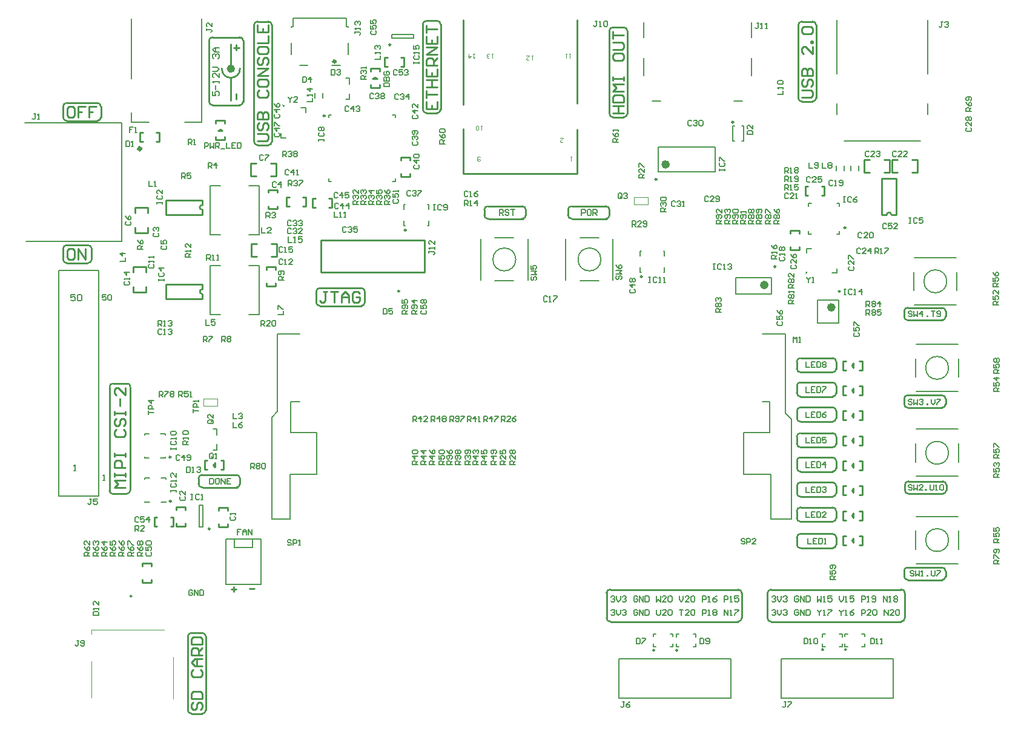
<source format=gto>
%FSLAX25Y25*%
%MOIN*%
G70*
G01*
G75*
%ADD10C,0.02362*%
%ADD11C,0.00984*%
%ADD12R,0.02441X0.02244*%
%ADD13R,0.02244X0.02441*%
%ADD14O,0.01378X0.06693*%
%ADD15R,0.01614X0.06299*%
%ADD16R,0.02362X0.02165*%
%ADD17R,0.01181X0.10236*%
%ADD18R,0.03000X0.03000*%
G04:AMPARAMS|DCode=19|XSize=29.53mil|YSize=16.54mil|CornerRadius=4.13mil|HoleSize=0mil|Usage=FLASHONLY|Rotation=90.000|XOffset=0mil|YOffset=0mil|HoleType=Round|Shape=RoundedRectangle|*
%AMROUNDEDRECTD19*
21,1,0.02953,0.00827,0,0,90.0*
21,1,0.02126,0.01654,0,0,90.0*
1,1,0.00827,0.00413,0.01063*
1,1,0.00827,0.00413,-0.01063*
1,1,0.00827,-0.00413,-0.01063*
1,1,0.00827,-0.00413,0.01063*
%
%ADD19ROUNDEDRECTD19*%
%ADD20O,0.03150X0.01181*%
%ADD21O,0.01181X0.03150*%
%ADD22R,0.03937X0.05906*%
%ADD23R,0.05906X0.03937*%
%ADD24O,0.01378X0.05512*%
%ADD25R,0.03819X0.03780*%
%ADD26R,0.01181X0.02165*%
%ADD27R,0.01575X0.02165*%
%ADD28R,0.03937X0.02362*%
%ADD29R,0.03000X0.03000*%
%ADD30R,0.05118X0.06102*%
%ADD31C,0.07874*%
%ADD32R,0.02756X0.00984*%
%ADD33R,0.10630X0.10630*%
%ADD34R,0.00984X0.02756*%
%ADD35R,0.06102X0.05118*%
%ADD36R,0.01575X0.01969*%
%ADD37R,0.05906X0.02165*%
%ADD38R,0.03780X0.03819*%
%ADD39R,0.13504X0.09843*%
%ADD40R,0.03937X0.06890*%
%ADD41R,0.02756X0.06890*%
%ADD42R,0.05906X0.06890*%
%ADD43R,0.03150X0.05512*%
%ADD44R,0.05906X0.03937*%
%ADD45R,0.03937X0.06102*%
%ADD46R,0.06200X0.02400*%
%ADD47O,0.06200X0.02400*%
%ADD48R,0.02400X0.06200*%
%ADD49O,0.02400X0.06200*%
%ADD50R,0.01181X0.01181*%
%ADD51R,0.01772X0.02323*%
%ADD52R,0.00787X0.01969*%
%ADD53R,0.08504X0.08898*%
%ADD54R,0.04000X0.05000*%
%ADD55R,0.05000X0.04000*%
%ADD56R,0.01378X0.07874*%
%ADD57R,0.17716X0.18110*%
%ADD58R,0.02441X0.01575*%
%ADD59R,0.04724X0.01181*%
%ADD60R,0.11811X0.10630*%
%ADD61R,0.05512X0.04528*%
%ADD62R,0.04528X0.05512*%
%ADD63R,0.01772X0.05118*%
%ADD64R,0.03740X0.03740*%
%ADD65R,0.02362X0.03937*%
%ADD66O,0.02756X0.00984*%
%ADD67O,0.00984X0.02756*%
%ADD68R,0.17126X0.17126*%
%ADD69C,0.00787*%
%ADD70C,0.00906*%
%ADD71C,0.01969*%
%ADD72C,0.01378*%
%ADD73C,0.01181*%
%ADD74C,0.02756*%
%ADD75C,0.01575*%
%ADD76C,0.00052*%
%ADD77C,0.01000*%
%ADD78C,0.07087*%
%ADD79R,0.07087X0.07087*%
%ADD80C,0.07480*%
%ADD81C,0.25590*%
%ADD82O,0.05906X0.12992*%
%ADD83O,0.05906X0.09055*%
%ADD84C,0.20866*%
%ADD85C,0.08268*%
%ADD86C,0.12795*%
%ADD87C,0.06496*%
%ADD88C,0.09843*%
%ADD89C,0.06693*%
%ADD90R,0.06693X0.06693*%
%ADD91C,0.06000*%
%ADD92R,0.06000X0.06000*%
%ADD93C,0.13780*%
%ADD94C,0.05512*%
%ADD95O,0.15748X0.07874*%
%ADD96O,0.07874X0.15748*%
%ADD97O,0.17716X0.07874*%
%ADD98C,0.04331*%
%ADD99C,0.06299*%
%ADD100C,0.11811*%
%ADD101C,0.03150*%
%ADD102O,0.04528X0.07087*%
%ADD103O,0.05709X0.07874*%
%ADD104C,0.02362*%
%ADD105C,0.00866*%
%ADD106C,0.00900*%
%ADD107C,0.00500*%
%ADD108C,0.00394*%
%ADD109C,0.00591*%
%ADD110C,0.00700*%
%ADD111C,0.00701*%
%ADD112C,0.00472*%
D10*
X101197Y355118D02*
G03*
X101197Y355118I-1118J0D01*
G01*
X431752Y223583D02*
G03*
X431752Y223583I-1181J0D01*
G01*
X394843Y235925D02*
G03*
X394843Y235925I-1181J0D01*
G01*
X340551Y302362D02*
G03*
X340551Y302362I-1181J0D01*
G01*
D11*
X435492Y232441D02*
G03*
X435492Y232441I-492J0D01*
G01*
X399971Y246063D02*
G03*
X399971Y246063I-492J0D01*
G01*
X67224Y116732D02*
G03*
X67224Y116732I-492J0D01*
G01*
X326476Y240551D02*
G03*
X326476Y240551I-492J0D01*
G01*
X67028Y141142D02*
G03*
X67028Y141142I-492J0D01*
G01*
X196555Y266142D02*
G03*
X196555Y266142I-492J0D01*
G01*
X334547Y294094D02*
G03*
X334547Y294094I-492J0D01*
G01*
X88681Y101575D02*
G03*
X88681Y101575I-492J0D01*
G01*
X438567Y267441D02*
G03*
X438567Y267441I-492J0D01*
G01*
X188091Y368307D02*
G03*
X188091Y368307I-492J0D01*
G01*
X151870Y329134D02*
G03*
X151870Y329134I-492J0D01*
G01*
D69*
X303740Y250000D02*
G03*
X303740Y250000I-6299J0D01*
G01*
X495118Y190256D02*
G03*
X495118Y190256I-6299J0D01*
G01*
Y143465D02*
G03*
X495118Y143465I-6299J0D01*
G01*
X494134Y237953D02*
G03*
X494134Y237953I-6299J0D01*
G01*
X495118Y95374D02*
G03*
X495118Y95374I-6299J0D01*
G01*
X256890Y250000D02*
G03*
X256890Y250000I-6299J0D01*
G01*
X97185Y96063D02*
X116595D01*
X97185Y71063D02*
X116595D01*
Y96063D01*
X97185Y71063D02*
Y96063D01*
X101890Y91358D02*
Y96063D01*
Y91358D02*
X111890D01*
Y96063D01*
X39961Y259842D02*
Y325197D01*
X422968Y214921D02*
Y227520D01*
X434508Y214921D02*
Y227520D01*
X422968Y214921D02*
X434508D01*
X422968Y227520D02*
X434508D01*
X377913Y231004D02*
Y239862D01*
X397598Y231004D02*
Y239862D01*
X377913Y231004D02*
X397598D01*
X377913Y239862D02*
X397598D01*
X332087Y337402D02*
X336811D01*
X376969D02*
X381693D01*
X327362Y372441D02*
Y380709D01*
X386811Y372441D02*
Y380709D01*
X327362Y351181D02*
Y361024D01*
X386811Y351181D02*
Y361024D01*
X64173Y116142D02*
Y116732D01*
X61614Y116142D02*
X64173D01*
X52756D02*
X55315D01*
X52756D02*
Y116732D01*
Y128937D02*
Y129528D01*
X55315D01*
X64173Y128937D02*
Y129528D01*
X61614D02*
X64173D01*
X325394Y243110D02*
X325984D01*
X325394D02*
Y245669D01*
Y251969D02*
Y254528D01*
X325984D01*
X338189D02*
X338779D01*
Y251969D02*
Y254528D01*
X338189Y243110D02*
X338779D01*
Y245669D01*
X63976Y140551D02*
Y141142D01*
X61417Y140551D02*
X63976D01*
X52559D02*
X55118D01*
X52559D02*
Y141142D01*
Y153346D02*
Y153937D01*
X55118D01*
X63976Y153346D02*
Y153937D01*
X61417D02*
X63976D01*
X195473Y268701D02*
X196063D01*
X195473D02*
Y271260D01*
Y277559D02*
Y280118D01*
X196063D01*
X208268D02*
X208858D01*
Y277559D02*
Y280118D01*
X208268Y268701D02*
X208858D01*
Y271260D01*
X366535Y298425D02*
Y311811D01*
X335433Y298425D02*
Y311811D01*
X366535D01*
X335433Y298425D02*
X366535D01*
X402874Y29921D02*
X464685D01*
Y8268D02*
Y29921D01*
X402874Y8268D02*
X464685D01*
X402874D02*
Y29921D01*
X438091Y43602D02*
X439567D01*
X438091Y42126D02*
Y43602D01*
X448917Y36713D02*
Y38189D01*
X447441Y36713D02*
X448917D01*
X447441Y43602D02*
X448917D01*
Y42126D02*
Y43602D01*
X438091Y36713D02*
X439567D01*
X438091D02*
Y38189D01*
X425697Y43543D02*
X427173D01*
X425697Y42067D02*
Y43543D01*
X436524Y36654D02*
Y38130D01*
X435047Y36654D02*
X436524D01*
X435047Y43543D02*
X436524D01*
Y42067D02*
Y43543D01*
X425697Y36654D02*
X427173D01*
X425697D02*
Y38130D01*
X345177Y43543D02*
X346654D01*
X345177Y42067D02*
Y43543D01*
X356004Y36654D02*
Y38130D01*
X354528Y36654D02*
X356004D01*
X354528Y43543D02*
X356004D01*
Y42067D02*
Y43543D01*
X345177Y36654D02*
X346654D01*
X345177D02*
Y38130D01*
X332579Y43602D02*
X334055D01*
X332579Y42126D02*
Y43602D01*
X343406Y36713D02*
Y38189D01*
X341929Y36713D02*
X343406D01*
X341929Y43602D02*
X343406D01*
Y42126D02*
Y43602D01*
X332579Y36713D02*
X334055D01*
X332579D02*
Y38189D01*
X313504Y29921D02*
X375315D01*
Y8268D02*
Y29921D01*
X313504Y8268D02*
X375315D01*
X313504D02*
Y29921D01*
X82677Y102756D02*
Y114567D01*
X84646Y102756D02*
Y114567D01*
X82677D02*
X84646D01*
X82677Y102756D02*
X84646D01*
X310433Y238583D02*
Y261417D01*
X292323Y238189D02*
X302559D01*
X292323Y261811D02*
X302559D01*
X284449Y238583D02*
Y261417D01*
X433563Y280906D02*
X435039D01*
Y279429D02*
Y280906D01*
X418110D02*
X419587D01*
X418110Y279429D02*
Y280906D01*
Y263976D02*
Y265453D01*
Y263976D02*
X419587D01*
X433563D02*
X435039D01*
Y265453D01*
X477402Y203248D02*
X500236D01*
X500630Y185138D02*
Y195374D01*
X477008Y185138D02*
Y195374D01*
X477402Y177264D02*
X500236D01*
X477402Y156457D02*
X500236D01*
X500630Y138347D02*
Y148583D01*
X477008Y138347D02*
Y148583D01*
X477402Y130472D02*
X500236D01*
X476417Y250945D02*
X499252D01*
X499646Y232835D02*
Y243071D01*
X476024Y232835D02*
Y243071D01*
X476417Y224961D02*
X499252D01*
X477402Y108366D02*
X500236D01*
X500630Y90256D02*
Y100492D01*
X477008Y90256D02*
Y100492D01*
X477402Y82382D02*
X500236D01*
X263583Y238583D02*
Y261417D01*
X245472Y238189D02*
X255709D01*
X245472Y261811D02*
X255709D01*
X237598Y238583D02*
Y261417D01*
X92323Y144882D02*
Y148130D01*
X90354Y144882D02*
X92323D01*
Y153445D02*
Y156693D01*
X90354D02*
X92323D01*
X88661Y219567D02*
Y246575D01*
X115669Y219567D02*
Y246575D01*
X88661Y219567D02*
X94488Y219567D01*
X88661Y246575D02*
X94488Y246575D01*
X109843Y219567D02*
X115669Y219567D01*
X109843Y246575D02*
X115669Y246575D01*
X483761Y352362D02*
Y381890D01*
X433561Y352362D02*
Y381890D01*
X483761Y329921D02*
Y335827D01*
X433561Y329921D02*
Y335827D01*
X437677Y315236D02*
X479685Y315236D01*
X84055Y325590D02*
Y382677D01*
X45472Y325590D02*
X54921D01*
X45472Y349606D02*
Y382677D01*
Y325590D02*
Y331102D01*
X74606Y325590D02*
X84055D01*
X405201Y179051D02*
X405205Y179055D01*
X382244Y131492D02*
Y154524D01*
X132839Y154492D02*
X147244D01*
Y131492D02*
Y154492D01*
X132909Y171453D02*
X138106D01*
X125752Y178933D02*
Y208992D01*
Y166138D02*
Y179130D01*
X122602Y162988D02*
X125752Y166138D01*
X122602Y106992D02*
Y162988D01*
Y106992D02*
X132642D01*
X132839Y154492D02*
Y171453D01*
X132642Y107280D02*
Y131492D01*
X147244D01*
X405205Y179055D02*
Y208992D01*
X405201Y165232D02*
Y179051D01*
Y165232D02*
X408626Y161807D01*
Y106992D02*
Y161807D01*
X392740Y171453D02*
X396815D01*
X392740Y208992D02*
X405205D01*
X382244Y154524D02*
X396815D01*
Y171453D01*
X382244Y131492D02*
X397209D01*
Y106992D02*
Y131492D01*
X125752Y208992D02*
X138106D01*
X397209Y106992D02*
X408626D01*
X-13189Y325197D02*
X39961D01*
X-12795Y259842D02*
X39961D01*
X88661Y263662D02*
Y290669D01*
X115669Y263661D02*
Y290669D01*
X88661Y263662D02*
X94488Y263661D01*
X88661Y290669D02*
X94488Y290669D01*
X109843Y263661D02*
X115669Y263661D01*
X109843Y290669D02*
X115669Y290669D01*
X5275Y119685D02*
X27322D01*
X5275Y244095D02*
X27322D01*
Y119685D02*
Y244095D01*
X5275Y119685D02*
Y244095D01*
X417063Y253563D02*
Y256063D01*
X419563D01*
X431063Y242563D02*
X433563D01*
Y245063D01*
X127799Y317028D02*
X130299D01*
X127799D02*
Y319528D01*
X141299Y331028D02*
Y333528D01*
X138799D02*
X141299D01*
X188779Y373819D02*
X200591D01*
X188779Y371850D02*
X200591D01*
Y373819D01*
X188779Y371850D02*
Y373819D01*
X153937Y328248D02*
Y329724D01*
X155413D01*
X189075D02*
X190551D01*
Y328248D02*
Y329724D01*
Y293110D02*
Y294587D01*
X189075Y293110D02*
X190551D01*
X153937D02*
Y294587D01*
Y293110D02*
X155413D01*
X165270Y338183D02*
Y341431D01*
X163301Y338183D02*
X165270D01*
Y346746D02*
Y349994D01*
X163301D02*
X165270D01*
X397835Y64041D02*
X398359Y64566D01*
X399409D01*
X399934Y64041D01*
Y63516D01*
X399409Y62992D01*
X398884D01*
X399409D01*
X399934Y62467D01*
Y61942D01*
X399409Y61417D01*
X398359D01*
X397835Y61942D01*
X400983Y64566D02*
Y62467D01*
X402033Y61417D01*
X403082Y62467D01*
Y64566D01*
X404132Y64041D02*
X404657Y64566D01*
X405706D01*
X406231Y64041D01*
Y63516D01*
X405706Y62992D01*
X405181D01*
X405706D01*
X406231Y62467D01*
Y61942D01*
X405706Y61417D01*
X404657D01*
X404132Y61942D01*
X412528Y64041D02*
X412003Y64566D01*
X410954D01*
X410429Y64041D01*
Y61942D01*
X410954Y61417D01*
X412003D01*
X412528Y61942D01*
Y62992D01*
X411479D01*
X413578Y61417D02*
Y64566D01*
X415677Y61417D01*
Y64566D01*
X416726D02*
Y61417D01*
X418300D01*
X418825Y61942D01*
Y64041D01*
X418300Y64566D01*
X416726D01*
X423023D02*
Y61417D01*
X424073Y62467D01*
X425122Y61417D01*
Y64566D01*
X426172Y61417D02*
X427221D01*
X426697D01*
Y64566D01*
X426172Y64041D01*
X430895Y64566D02*
X428796D01*
Y62992D01*
X429845Y63516D01*
X430370D01*
X430895Y62992D01*
Y61942D01*
X430370Y61417D01*
X429321D01*
X428796Y61942D01*
X435093Y64566D02*
Y62467D01*
X436142Y61417D01*
X437192Y62467D01*
Y64566D01*
X438242Y61417D02*
X439291D01*
X438766D01*
Y64566D01*
X438242Y64041D01*
X442965Y64566D02*
X440865D01*
Y62992D01*
X441915Y63516D01*
X442440D01*
X442965Y62992D01*
Y61942D01*
X442440Y61417D01*
X441390D01*
X440865Y61942D01*
X447163Y61417D02*
Y64566D01*
X448737D01*
X449262Y64041D01*
Y62992D01*
X448737Y62467D01*
X447163D01*
X450311Y61417D02*
X451361D01*
X450836D01*
Y64566D01*
X450311Y64041D01*
X452935Y61942D02*
X453460Y61417D01*
X454509D01*
X455034Y61942D01*
Y64041D01*
X454509Y64566D01*
X453460D01*
X452935Y64041D01*
Y63516D01*
X453460Y62992D01*
X455034D01*
X459232Y61417D02*
Y64566D01*
X461331Y61417D01*
Y64566D01*
X462381Y61417D02*
X463430D01*
X462906D01*
Y64566D01*
X462381Y64041D01*
X465005D02*
X465529Y64566D01*
X466579D01*
X467104Y64041D01*
Y63516D01*
X466579Y62992D01*
X467104Y62467D01*
Y61942D01*
X466579Y61417D01*
X465529D01*
X465005Y61942D01*
Y62467D01*
X465529Y62992D01*
X465005Y63516D01*
Y64041D01*
X465529Y62992D02*
X466579D01*
X397835Y56561D02*
X398359Y57086D01*
X399409D01*
X399934Y56561D01*
Y56036D01*
X399409Y55511D01*
X398884D01*
X399409D01*
X399934Y54987D01*
Y54462D01*
X399409Y53937D01*
X398359D01*
X397835Y54462D01*
X400983Y57086D02*
Y54987D01*
X402033Y53937D01*
X403082Y54987D01*
Y57086D01*
X404132Y56561D02*
X404657Y57086D01*
X405706D01*
X406231Y56561D01*
Y56036D01*
X405706Y55511D01*
X405181D01*
X405706D01*
X406231Y54987D01*
Y54462D01*
X405706Y53937D01*
X404657D01*
X404132Y54462D01*
X412528Y56561D02*
X412003Y57086D01*
X410954D01*
X410429Y56561D01*
Y54462D01*
X410954Y53937D01*
X412003D01*
X412528Y54462D01*
Y55511D01*
X411479D01*
X413578Y53937D02*
Y57086D01*
X415677Y53937D01*
Y57086D01*
X416726D02*
Y53937D01*
X418300D01*
X418825Y54462D01*
Y56561D01*
X418300Y57086D01*
X416726D01*
X423023D02*
Y56561D01*
X424073Y55511D01*
X425122Y56561D01*
Y57086D01*
X424073Y55511D02*
Y53937D01*
X426172D02*
X427221D01*
X426697D01*
Y57086D01*
X426172Y56561D01*
X428796Y57086D02*
X430895D01*
Y56561D01*
X428796Y54462D01*
Y53937D01*
X435093Y57086D02*
Y56561D01*
X436142Y55511D01*
X437192Y56561D01*
Y57086D01*
X436142Y55511D02*
Y53937D01*
X438242D02*
X439291D01*
X438766D01*
Y57086D01*
X438242Y56561D01*
X442965Y57086D02*
X441915Y56561D01*
X440865Y55511D01*
Y54462D01*
X441390Y53937D01*
X442440D01*
X442965Y54462D01*
Y54987D01*
X442440Y55511D01*
X440865D01*
X447163Y53937D02*
Y57086D01*
X448737D01*
X449262Y56561D01*
Y55511D01*
X448737Y54987D01*
X447163D01*
X452410Y53937D02*
X450311D01*
X452410Y56036D01*
Y56561D01*
X451886Y57086D01*
X450836D01*
X450311Y56561D01*
X453460D02*
X453984Y57086D01*
X455034D01*
X455559Y56561D01*
Y54462D01*
X455034Y53937D01*
X453984D01*
X453460Y54462D01*
Y56561D01*
X459757Y53937D02*
Y57086D01*
X461856Y53937D01*
Y57086D01*
X465005Y53937D02*
X462906D01*
X465005Y56036D01*
Y56561D01*
X464480Y57086D01*
X463430D01*
X462906Y56561D01*
X466054D02*
X466579Y57086D01*
X467628D01*
X468153Y56561D01*
Y54462D01*
X467628Y53937D01*
X466579D01*
X466054Y54462D01*
Y56561D01*
X309252Y64041D02*
X309777Y64566D01*
X310826D01*
X311351Y64041D01*
Y63516D01*
X310826Y62992D01*
X310301D01*
X310826D01*
X311351Y62467D01*
Y61942D01*
X310826Y61417D01*
X309777D01*
X309252Y61942D01*
X312401Y64566D02*
Y62467D01*
X313450Y61417D01*
X314500Y62467D01*
Y64566D01*
X315549Y64041D02*
X316074Y64566D01*
X317124D01*
X317648Y64041D01*
Y63516D01*
X317124Y62992D01*
X316599D01*
X317124D01*
X317648Y62467D01*
Y61942D01*
X317124Y61417D01*
X316074D01*
X315549Y61942D01*
X323945Y64041D02*
X323421Y64566D01*
X322371D01*
X321846Y64041D01*
Y61942D01*
X322371Y61417D01*
X323421D01*
X323945Y61942D01*
Y62992D01*
X322896D01*
X324995Y61417D02*
Y64566D01*
X327094Y61417D01*
Y64566D01*
X328144D02*
Y61417D01*
X329718D01*
X330243Y61942D01*
Y64041D01*
X329718Y64566D01*
X328144D01*
X334441D02*
Y61417D01*
X335490Y62467D01*
X336540Y61417D01*
Y64566D01*
X339688Y61417D02*
X337589D01*
X339688Y63516D01*
Y64041D01*
X339164Y64566D01*
X338114D01*
X337589Y64041D01*
X340738D02*
X341263Y64566D01*
X342312D01*
X342837Y64041D01*
Y61942D01*
X342312Y61417D01*
X341263D01*
X340738Y61942D01*
Y64041D01*
X347035Y64566D02*
Y62467D01*
X348085Y61417D01*
X349134Y62467D01*
Y64566D01*
X352283Y61417D02*
X350184D01*
X352283Y63516D01*
Y64041D01*
X351758Y64566D01*
X350708D01*
X350184Y64041D01*
X353332D02*
X353857Y64566D01*
X354907D01*
X355431Y64041D01*
Y61942D01*
X354907Y61417D01*
X353857D01*
X353332Y61942D01*
Y64041D01*
X359629Y61417D02*
Y64566D01*
X361204D01*
X361729Y64041D01*
Y62992D01*
X361204Y62467D01*
X359629D01*
X362778Y61417D02*
X363827D01*
X363303D01*
Y64566D01*
X362778Y64041D01*
X367501Y64566D02*
X366451Y64041D01*
X365402Y62992D01*
Y61942D01*
X365927Y61417D01*
X366976D01*
X367501Y61942D01*
Y62467D01*
X366976Y62992D01*
X365402D01*
X371699Y61417D02*
Y64566D01*
X373273D01*
X373798Y64041D01*
Y62992D01*
X373273Y62467D01*
X371699D01*
X374848Y61417D02*
X375897D01*
X375372D01*
Y64566D01*
X374848Y64041D01*
X379571Y64566D02*
X377471D01*
Y62992D01*
X378521Y63516D01*
X379046D01*
X379571Y62992D01*
Y61942D01*
X379046Y61417D01*
X377996D01*
X377471Y61942D01*
X309252Y56561D02*
X309777Y57086D01*
X310826D01*
X311351Y56561D01*
Y56036D01*
X310826Y55511D01*
X310301D01*
X310826D01*
X311351Y54987D01*
Y54462D01*
X310826Y53937D01*
X309777D01*
X309252Y54462D01*
X312401Y57086D02*
Y54987D01*
X313450Y53937D01*
X314500Y54987D01*
Y57086D01*
X315549Y56561D02*
X316074Y57086D01*
X317124D01*
X317648Y56561D01*
Y56036D01*
X317124Y55511D01*
X316599D01*
X317124D01*
X317648Y54987D01*
Y54462D01*
X317124Y53937D01*
X316074D01*
X315549Y54462D01*
X323945Y56561D02*
X323421Y57086D01*
X322371D01*
X321846Y56561D01*
Y54462D01*
X322371Y53937D01*
X323421D01*
X323945Y54462D01*
Y55511D01*
X322896D01*
X324995Y53937D02*
Y57086D01*
X327094Y53937D01*
Y57086D01*
X328144D02*
Y53937D01*
X329718D01*
X330243Y54462D01*
Y56561D01*
X329718Y57086D01*
X328144D01*
X334441D02*
Y54462D01*
X334965Y53937D01*
X336015D01*
X336540Y54462D01*
Y57086D01*
X339688Y53937D02*
X337589D01*
X339688Y56036D01*
Y56561D01*
X339164Y57086D01*
X338114D01*
X337589Y56561D01*
X340738D02*
X341263Y57086D01*
X342312D01*
X342837Y56561D01*
Y54462D01*
X342312Y53937D01*
X341263D01*
X340738Y54462D01*
Y56561D01*
X347035Y57086D02*
X349134D01*
X348085D01*
Y53937D01*
X352283D02*
X350184D01*
X352283Y56036D01*
Y56561D01*
X351758Y57086D01*
X350708D01*
X350184Y56561D01*
X353332D02*
X353857Y57086D01*
X354907D01*
X355431Y56561D01*
Y54462D01*
X354907Y53937D01*
X353857D01*
X353332Y54462D01*
Y56561D01*
X359629Y53937D02*
Y57086D01*
X361204D01*
X361729Y56561D01*
Y55511D01*
X361204Y54987D01*
X359629D01*
X362778Y53937D02*
X363827D01*
X363303D01*
Y57086D01*
X362778Y56561D01*
X365402D02*
X365927Y57086D01*
X366976D01*
X367501Y56561D01*
Y56036D01*
X366976Y55511D01*
X367501Y54987D01*
Y54462D01*
X366976Y53937D01*
X365927D01*
X365402Y54462D01*
Y54987D01*
X365927Y55511D01*
X365402Y56036D01*
Y56561D01*
X365927Y55511D02*
X366976D01*
X371699Y53937D02*
Y57086D01*
X373798Y53937D01*
Y57086D01*
X374848Y53937D02*
X375897D01*
X375372D01*
Y57086D01*
X374848Y56561D01*
X377471Y57086D02*
X379571D01*
Y56561D01*
X377471Y54462D01*
Y53937D01*
X90037Y342480D02*
Y340118D01*
X91808D01*
X91217Y341299D01*
Y341889D01*
X91808Y342480D01*
X92988D01*
X93579Y341889D01*
Y340708D01*
X92988Y340118D01*
X91808Y343660D02*
Y346022D01*
X93579Y347202D02*
Y348383D01*
Y347793D01*
X90037D01*
X90627Y347202D01*
X93579Y352516D02*
Y350154D01*
X91217Y352516D01*
X90627D01*
X90037Y351925D01*
Y350745D01*
X90627Y350154D01*
X90037Y353696D02*
X92398D01*
X93579Y354877D01*
X92398Y356058D01*
X90037D01*
X90627Y360781D02*
X90037Y361371D01*
Y362552D01*
X90627Y363142D01*
X91217D01*
X91808Y362552D01*
Y361961D01*
Y362552D01*
X92398Y363142D01*
X92988D01*
X93579Y362552D01*
Y361371D01*
X92988Y360781D01*
X93579Y364323D02*
X91217D01*
X90037Y365504D01*
X91217Y366684D01*
X93579D01*
X91808D01*
Y364323D01*
X247835Y274410D02*
Y277558D01*
X249409D01*
X249934Y277033D01*
Y275984D01*
X249409Y275459D01*
X247835D01*
X248884D02*
X249934Y274410D01*
X253082Y277033D02*
X252557Y277558D01*
X251508D01*
X250983Y277033D01*
Y276508D01*
X251508Y275984D01*
X252557D01*
X253082Y275459D01*
Y274934D01*
X252557Y274410D01*
X251508D01*
X250983Y274934D01*
X254132Y277558D02*
X256231D01*
X255181D01*
Y274410D01*
X293110D02*
Y277558D01*
X294685D01*
X295209Y277033D01*
Y275984D01*
X294685Y275459D01*
X293110D01*
X297833Y277558D02*
X296784D01*
X296259Y277033D01*
Y274934D01*
X296784Y274410D01*
X297833D01*
X298358Y274934D01*
Y277033D01*
X297833Y277558D01*
X299407Y274410D02*
Y277558D01*
X300982D01*
X301506Y277033D01*
Y275984D01*
X300982Y275459D01*
X299407D01*
X300457D02*
X301506Y274410D01*
X88465Y129448D02*
Y126299D01*
X90039D01*
X90564Y126824D01*
Y128923D01*
X90039Y129448D01*
X88465D01*
X93187D02*
X92138D01*
X91613Y128923D01*
Y126824D01*
X92138Y126299D01*
X93187D01*
X93712Y126824D01*
Y128923D01*
X93187Y129448D01*
X94762Y126299D02*
Y129448D01*
X96861Y126299D01*
Y129448D01*
X100009D02*
X97910D01*
Y126299D01*
X100009D01*
X97910Y127874D02*
X98960D01*
X13583Y133465D02*
X14763D01*
X14173D01*
Y137007D01*
X13583Y136416D01*
X14369Y230708D02*
X12008D01*
Y228936D01*
X13189Y229527D01*
X13779D01*
X14369Y228936D01*
Y227756D01*
X13779Y227165D01*
X12598D01*
X12008Y227756D01*
X15550Y230117D02*
X16140Y230708D01*
X17321D01*
X17911Y230117D01*
Y227756D01*
X17321Y227165D01*
X16140D01*
X15550Y227756D01*
Y230117D01*
D71*
X50492Y311024D02*
G03*
X50492Y311024I-689J0D01*
G01*
D75*
X157610Y359055D02*
G03*
X157610Y359055I-557J0D01*
G01*
D77*
X433268Y180315D02*
G03*
X431299Y182283I-1969J0D01*
G01*
X413583D02*
G03*
X411614Y180315I0J-1969D01*
G01*
X431299Y174409D02*
G03*
X433268Y176378I0J1969D01*
G01*
X411614D02*
G03*
X413583Y174409I1969J0D01*
G01*
X120669Y312992D02*
G03*
X122638Y314961I0J1969D01*
G01*
X112795D02*
G03*
X114764Y312992I1969J0D01*
G01*
X114764Y381102D02*
G03*
X112795Y379134I0J-1969D01*
G01*
X122638D02*
G03*
X120669Y381102I-1969J0D01*
G01*
X147047Y226378D02*
G03*
X149016Y224409I1969J0D01*
G01*
Y234252D02*
G03*
X147047Y232283I0J-1969D01*
G01*
X173819Y232283D02*
G03*
X171850Y234252I-1969J0D01*
G01*
Y224409D02*
G03*
X173819Y226378I0J1969D01*
G01*
X84287Y-278D02*
G03*
X86256Y1691I0J1969D01*
G01*
X76413D02*
G03*
X78382Y-278I1969J0D01*
G01*
X78382Y44210D02*
G03*
X76413Y42242I0J-1969D01*
G01*
X86256D02*
G03*
X84287Y44210I-1969J0D01*
G01*
X420276Y337008D02*
G03*
X422244Y338976I0J1969D01*
G01*
X412402D02*
G03*
X414370Y337008I1969J0D01*
G01*
X414370Y381102D02*
G03*
X412402Y379134I0J-1969D01*
G01*
X422244D02*
G03*
X420276Y381102I-1969J0D01*
G01*
X215551Y379528D02*
G03*
X213583Y381496I-1969J0D01*
G01*
X207677Y381496D02*
G03*
X205709Y379528I0J-1969D01*
G01*
Y332677D02*
G03*
X207677Y330709I1969J0D01*
G01*
X213583Y330709D02*
G03*
X215551Y332677I0J1969D01*
G01*
X316339Y328346D02*
G03*
X318307Y330315I0J1969D01*
G01*
X308465D02*
G03*
X310433Y328346I1969J0D01*
G01*
X310433Y377953D02*
G03*
X308465Y375984I0J-1969D01*
G01*
X318307D02*
G03*
X316339Y377953I-1969J0D01*
G01*
X87992Y337008D02*
G03*
X89961Y335039I1969J0D01*
G01*
X104921Y335039D02*
G03*
X106890Y337008I0J1969D01*
G01*
X87992Y337008D02*
G03*
X89961Y335039I1969J0D01*
G01*
X106890Y370472D02*
G03*
X104921Y372441I-1969J0D01*
G01*
X89961D02*
G03*
X87992Y370472I0J-1969D01*
G01*
X9646Y336221D02*
G03*
X7677Y334252I0J-1969D01*
G01*
X7677Y328346D02*
G03*
X9646Y326378I1969J0D01*
G01*
X28543Y334252D02*
G03*
X26575Y336221I-1969J0D01*
G01*
Y326378D02*
G03*
X28543Y328346I0J1969D01*
G01*
X21457Y248031D02*
G03*
X23425Y250000I0J1969D01*
G01*
X23425Y255906D02*
G03*
X21457Y257874I-1969J0D01*
G01*
X7677Y250000D02*
G03*
X9646Y248031I1969J0D01*
G01*
Y257874D02*
G03*
X7677Y255906I0J-1969D01*
G01*
X42717Y120866D02*
G03*
X44685Y122835I0J1969D01*
G01*
X33268Y122441D02*
G03*
X34843Y120866I1575J0D01*
G01*
X35236Y181595D02*
G03*
X33268Y179626I-197J-1772D01*
G01*
X44685Y180020D02*
G03*
X43110Y181595I-1575J0D01*
G01*
X379331Y50492D02*
G03*
X381299Y52461I0J1969D01*
G01*
X381203Y66287D02*
G03*
X379380Y68110I-1823J0D01*
G01*
X308858Y68209D02*
G03*
X306890Y66240I0J-1969D01*
G01*
Y52461D02*
G03*
X308858Y50492I1969J0D01*
G01*
X397441Y68110D02*
G03*
X395472Y66142I0J-1969D01*
G01*
Y52362D02*
G03*
X397441Y50394I1969J0D01*
G01*
X95079Y355118D02*
G03*
X105079Y355118I5000J0D01*
G01*
X491536Y216535D02*
G03*
X493504Y218504I0J1969D01*
G01*
Y221457D02*
G03*
X491536Y223425I-1969J0D01*
G01*
X470669Y218504D02*
G03*
X472638Y216535I1969J0D01*
G01*
X472638Y223425D02*
G03*
X470669Y221457I0J-1969D01*
G01*
X472638Y175197D02*
G03*
X470669Y173228I0J-1969D01*
G01*
X470669Y170276D02*
G03*
X472638Y168307I1969J0D01*
G01*
X493504Y173228D02*
G03*
X491536Y175197I-1969J0D01*
G01*
X491536Y168307D02*
G03*
X493504Y170276I0J1969D01*
G01*
X473032Y127756D02*
G03*
X471063Y125787I0J-1969D01*
G01*
X471063Y122835D02*
G03*
X473032Y120866I1969J0D01*
G01*
X493898Y125787D02*
G03*
X491929Y127756I-1969J0D01*
G01*
X491929Y120866D02*
G03*
X493898Y122835I0J1969D01*
G01*
X472638Y80315D02*
G03*
X470669Y78347I0J-1969D01*
G01*
X470669Y75394D02*
G03*
X472638Y73425I1969J0D01*
G01*
X493504Y78347D02*
G03*
X491536Y80315I-1969J0D01*
G01*
X491536Y73425D02*
G03*
X493504Y75394I0J1969D01*
G01*
X287598Y279331D02*
G03*
X285630Y277362I0J-1969D01*
G01*
X285630Y274409D02*
G03*
X287598Y272441I1969J0D01*
G01*
X411614Y189764D02*
G03*
X413583Y187795I1969J0D01*
G01*
X431299Y187795D02*
G03*
X433268Y189764I0J1969D01*
G01*
X413583Y195669D02*
G03*
X411614Y193701I0J-1969D01*
G01*
X433268Y193701D02*
G03*
X431299Y195669I-1969J0D01*
G01*
X433268Y166535D02*
G03*
X431299Y168504I-1969J0D01*
G01*
X413583D02*
G03*
X411614Y166535I0J-1969D01*
G01*
X431299Y160630D02*
G03*
X433268Y162598I0J1969D01*
G01*
X411614D02*
G03*
X413583Y160630I1969J0D01*
G01*
X433268Y152362D02*
G03*
X431299Y154331I-1969J0D01*
G01*
X413583D02*
G03*
X411614Y152362I0J-1969D01*
G01*
X431299Y146457D02*
G03*
X433268Y148425I0J1969D01*
G01*
X411614D02*
G03*
X413583Y146457I1969J0D01*
G01*
X433268Y138976D02*
G03*
X431299Y140945I-1969J0D01*
G01*
X413583D02*
G03*
X411614Y138976I0J-1969D01*
G01*
X431299Y133071D02*
G03*
X433268Y135039I0J1969D01*
G01*
X411614D02*
G03*
X413583Y133071I1969J0D01*
G01*
X433268Y125197D02*
G03*
X431299Y127165I-1969J0D01*
G01*
X413583D02*
G03*
X411614Y125197I0J-1969D01*
G01*
X431299Y119291D02*
G03*
X433268Y121260I0J1969D01*
G01*
X411614D02*
G03*
X413583Y119291I1969J0D01*
G01*
X433268Y111417D02*
G03*
X431299Y113386I-1969J0D01*
G01*
X413583D02*
G03*
X411614Y111417I0J-1969D01*
G01*
X431299Y105512D02*
G03*
X433268Y107480I0J1969D01*
G01*
X411614D02*
G03*
X413583Y105512I1969J0D01*
G01*
X433268Y96850D02*
G03*
X431299Y98819I-1969J0D01*
G01*
X413583D02*
G03*
X411614Y96850I0J-1969D01*
G01*
X431299Y90945D02*
G03*
X433268Y92913I0J1969D01*
G01*
X411614D02*
G03*
X413583Y90945I1969J0D01*
G01*
X306496Y272441D02*
G03*
X308465Y274409I0J1969D01*
G01*
Y277362D02*
G03*
X306496Y279331I-1969J0D01*
G01*
X395472Y52362D02*
G03*
X397441Y50394I1969J0D01*
G01*
X397441Y68110D02*
G03*
X395472Y66142I0J-1969D01*
G01*
X471063Y66240D02*
G03*
X469095Y68209I-1969J0D01*
G01*
X469095Y50492D02*
G03*
X471063Y52461I0J1969D01*
G01*
X262402Y277362D02*
G03*
X260433Y279331I-1969J0D01*
G01*
X260433Y272441D02*
G03*
X262402Y274409I0J1969D01*
G01*
X239567D02*
G03*
X241535Y272441I1969J0D01*
G01*
X241535Y279331D02*
G03*
X239567Y277362I0J-1969D01*
G01*
X105079Y129331D02*
G03*
X103110Y131299I-1969J0D01*
G01*
X103110Y124409D02*
G03*
X105079Y126378I0J1969D01*
G01*
X82244Y126378D02*
G03*
X84213Y124409I1969J0D01*
G01*
X84213Y131299D02*
G03*
X82244Y129331I0J-1969D01*
G01*
X438779Y35039D02*
G03*
X438779Y35039I-394J0D01*
G01*
X426181D02*
G03*
X426181Y35039I-394J0D01*
G01*
X345866Y34646D02*
G03*
X345866Y34646I-394J0D01*
G01*
X333268D02*
G03*
X333268Y34646I-394J0D01*
G01*
X463631Y274665D02*
G03*
X461131Y274665I-1250J0D01*
G01*
X84193Y233513D02*
G03*
X84193Y231013I0J-1250D01*
G01*
Y279970D02*
G03*
X84193Y277470I0J-1250D01*
G01*
X376831Y325638D02*
G03*
X376831Y325638I-500J0D01*
G01*
X192842Y232528D02*
G03*
X192842Y232528I-394J0D01*
G01*
X45437Y64533D02*
G03*
X45437Y64533I-394J0D01*
G01*
X416889Y242845D02*
G03*
X417063Y242563I-141J-282D01*
G01*
X129331Y334646D02*
G03*
X129049Y334472I-282J141D01*
G01*
X413583Y174409D02*
X431299Y174409D01*
X433268Y176378D02*
Y180315D01*
X413583Y182283D02*
X431299Y182283D01*
X411614Y176378D02*
Y180315D01*
X114764Y312992D02*
X120669D01*
X122638Y314961D02*
Y379134D01*
X114764Y381102D02*
X120669D01*
X112795Y314961D02*
Y379134D01*
X147047Y226378D02*
Y232283D01*
X149016Y224409D02*
X171850D01*
X173819Y226378D02*
Y232283D01*
X149016Y234252D02*
X171850D01*
X78382Y-278D02*
X84287D01*
X86256Y1691D02*
Y42242D01*
X78382Y44210D02*
X84287D01*
X76413Y1691D02*
Y42242D01*
X414370Y337008D02*
X420276D01*
X422244Y338976D02*
Y379134D01*
X414370Y381102D02*
X420276D01*
X412402Y338976D02*
Y379134D01*
X205709Y332677D02*
Y379527D01*
X207677Y381496D02*
X213583D01*
X215551Y332677D02*
Y379527D01*
X207677Y330709D02*
X213583D01*
X310433Y328346D02*
X316339D01*
X318307Y330315D02*
Y375984D01*
X310433Y377953D02*
X316339D01*
X106890Y337008D02*
Y370472D01*
X89961Y372441D02*
X104921D01*
X89961Y335039D02*
X104921D01*
X87992Y337008D02*
Y370472D01*
X7677Y328346D02*
Y334252D01*
X28543Y328346D02*
Y334252D01*
X9646Y336221D02*
X26575D01*
X9646Y326378D02*
X26575D01*
X9646Y248031D02*
X21063D01*
X10039Y257874D02*
X21457D01*
X23425Y250000D02*
Y255906D01*
X7677Y250000D02*
Y255906D01*
X35236Y181595D02*
X43110D01*
X44685Y122835D02*
Y179528D01*
X34843Y120866D02*
X42717D01*
X33268Y122441D02*
Y179626D01*
X308465Y330315D02*
Y375984D01*
X308858Y50394D02*
X379331D01*
X381299Y56201D02*
Y63090D01*
X306890Y52756D02*
Y66535D01*
X395472Y52362D02*
Y66142D01*
X103079Y338118D02*
Y341118D01*
Y365118D02*
Y368118D01*
X101579Y366618D02*
X104579D01*
X100079Y355618D02*
Y368618D01*
Y337618D02*
Y350118D01*
X308858Y68110D02*
X379380D01*
X472638Y216535D02*
X491929D01*
X472638Y223425D02*
X491536D01*
X493504Y218504D02*
Y221457D01*
X470669Y218504D02*
Y221457D01*
Y170276D02*
Y173228D01*
X493504Y170276D02*
Y173228D01*
X472638Y175197D02*
X491536D01*
X472638Y168307D02*
X491536D01*
X471063Y122835D02*
Y125787D01*
X493898Y122835D02*
Y125787D01*
X473032Y127756D02*
X491929D01*
X473032Y120866D02*
X491929D01*
X470669Y75394D02*
Y78347D01*
X493504Y75394D02*
Y78347D01*
X472638Y80315D02*
X491536D01*
X472638Y73425D02*
X491536D01*
X285630Y274409D02*
Y277362D01*
X308465Y274409D02*
Y277362D01*
X287598Y279331D02*
X306496D01*
X287992Y272441D02*
X306890D01*
X241535Y279331D02*
X260433D01*
X241929Y272441D02*
X260827D01*
X411614Y189764D02*
Y193701D01*
X413583Y195669D02*
X431299Y195669D01*
X433268Y189764D02*
Y193701D01*
X413583Y187795D02*
X431299Y187795D01*
X411614Y176701D02*
Y180638D01*
X413583Y160630D02*
X431299Y160630D01*
X433268Y162598D02*
Y166535D01*
X413583Y168504D02*
X431299Y168504D01*
X411614Y162598D02*
Y166535D01*
X413583Y146457D02*
X431299Y146457D01*
X433268Y148425D02*
Y152362D01*
X413583Y154331D02*
X431299Y154331D01*
X411614Y148425D02*
Y152362D01*
X413583Y133071D02*
X431299Y133071D01*
X433268Y135039D02*
Y138976D01*
X413583Y140945D02*
X431299Y140945D01*
X411614Y135039D02*
Y138976D01*
X413583Y119291D02*
X431299Y119291D01*
X433268Y121260D02*
Y125197D01*
X413583Y127165D02*
X431299Y127165D01*
X411614Y121260D02*
Y125197D01*
X413583Y105512D02*
X431299Y105512D01*
X433268Y107480D02*
Y111417D01*
X413583Y113386D02*
X431299Y113386D01*
X411614Y107480D02*
Y111417D01*
X413583Y90945D02*
X431299Y90945D01*
X433268Y92913D02*
Y96850D01*
X413583Y98819D02*
X431299Y98819D01*
X411614Y92913D02*
Y96850D01*
X381299Y52756D02*
Y56201D01*
Y63090D02*
Y66287D01*
X471063Y62795D02*
Y66240D01*
Y52461D02*
Y55905D01*
X397441Y68110D02*
X469095D01*
X395472Y52362D02*
Y66142D01*
X471063Y56004D02*
Y62894D01*
X397441Y50394D02*
X469095D01*
X262402Y274409D02*
Y277362D01*
X239567Y274213D02*
Y277165D01*
X84606Y124409D02*
X103504D01*
X84213Y131299D02*
X103110D01*
X105079Y126378D02*
Y129331D01*
X82244Y126378D02*
Y129331D01*
X91254Y135551D02*
Y137913D01*
X90466Y136732D02*
X91254Y137913D01*
X90466Y136732D02*
X91254Y135551D01*
X228150Y297339D02*
X290669D01*
Y335827D02*
Y381890D01*
Y297339D02*
Y321654D01*
X228150Y297339D02*
Y322047D01*
Y335433D02*
Y381890D01*
X93110Y320872D02*
X95472D01*
X94291Y321659D02*
X95472Y320872D01*
X93110D02*
X94291Y321659D01*
X442711Y190433D02*
Y192795D01*
X441923Y191614D02*
X442711Y192795D01*
X441923Y191614D02*
X442711Y190433D01*
Y176654D02*
Y179016D01*
X441923Y177835D02*
X442711Y179016D01*
X441923Y177835D02*
X442711Y176654D01*
Y162874D02*
Y165236D01*
X441923Y164055D02*
X442711Y165236D01*
X441923Y164055D02*
X442711Y162874D01*
Y149094D02*
Y151457D01*
X441923Y150276D02*
X442711Y151457D01*
X441923Y150276D02*
X442711Y149094D01*
Y135315D02*
Y137677D01*
X441923Y136496D02*
X442711Y137677D01*
X441923Y136496D02*
X442711Y135315D01*
Y121535D02*
Y123898D01*
X441923Y122716D02*
X442711Y123898D01*
X441923Y122716D02*
X442711Y121535D01*
Y107756D02*
Y110118D01*
X441923Y108937D02*
X442711Y110118D01*
X441923Y108937D02*
X442711Y107756D01*
Y93976D02*
Y96339D01*
X441923Y95157D02*
X442711Y96339D01*
X441923Y95157D02*
X442711Y93976D01*
X149764Y243012D02*
X206772D01*
X149764D02*
Y260512D01*
X206772D01*
Y243012D02*
Y260512D01*
X463631Y274665D02*
X466432D01*
X458331D02*
X461131D01*
X458331D02*
Y294665D01*
X466432D01*
Y274665D02*
Y294665D01*
X84193Y233513D02*
Y236313D01*
Y228213D02*
Y231013D01*
X64193Y228213D02*
X84193D01*
X64193D02*
Y236313D01*
X84193D01*
Y279970D02*
Y282770D01*
Y274670D02*
Y277470D01*
X64193Y274670D02*
X84193D01*
X64193D02*
Y282770D01*
X84193D01*
X178150Y349612D02*
X180512D01*
X179331Y350400D02*
X180512Y349612D01*
X178150D02*
X179331Y350400D01*
X110433Y68535D02*
X113099D01*
X100197Y68141D02*
X102863D01*
X101530Y69474D02*
Y66808D01*
X114671Y315354D02*
X119670D01*
X120669Y316354D01*
Y318353D01*
X119670Y319353D01*
X114671D01*
X115671Y325351D02*
X114671Y324351D01*
Y322352D01*
X115671Y321352D01*
X116671D01*
X117670Y322352D01*
Y324351D01*
X118670Y325351D01*
X119670D01*
X120669Y324351D01*
Y322352D01*
X119670Y321352D01*
X114671Y327350D02*
X120669D01*
Y330349D01*
X119670Y331349D01*
X118670D01*
X117670Y330349D01*
Y327350D01*
Y330349D01*
X116671Y331349D01*
X115671D01*
X114671Y330349D01*
Y327350D01*
X115671Y343345D02*
X114671Y342346D01*
Y340346D01*
X115671Y339347D01*
X119670D01*
X120669Y340346D01*
Y342346D01*
X119670Y343345D01*
X114671Y348344D02*
Y346344D01*
X115671Y345345D01*
X119670D01*
X120669Y346344D01*
Y348344D01*
X119670Y349343D01*
X115671D01*
X114671Y348344D01*
X120669Y351343D02*
X114671D01*
X120669Y355341D01*
X114671D01*
X115671Y361339D02*
X114671Y360340D01*
Y358340D01*
X115671Y357341D01*
X116671D01*
X117670Y358340D01*
Y360340D01*
X118670Y361339D01*
X119670D01*
X120669Y360340D01*
Y358340D01*
X119670Y357341D01*
X114671Y366338D02*
Y364338D01*
X115671Y363339D01*
X119670D01*
X120669Y364338D01*
Y366338D01*
X119670Y367337D01*
X115671D01*
X114671Y366338D01*
Y369337D02*
X120669D01*
Y373336D01*
X114671Y379334D02*
Y375335D01*
X120669D01*
Y379334D01*
X117670Y375335D02*
Y377334D01*
X153015Y232376D02*
X151015D01*
X152015D01*
Y227378D01*
X151015Y226378D01*
X150015D01*
X149016Y227378D01*
X155014Y232376D02*
X159012D01*
X157013D01*
Y226378D01*
X161012D02*
Y230377D01*
X163011Y232376D01*
X165011Y230377D01*
Y226378D01*
Y229377D01*
X161012D01*
X171009Y231376D02*
X170009Y232376D01*
X168010D01*
X167010Y231376D01*
Y227378D01*
X168010Y226378D01*
X170009D01*
X171009Y227378D01*
Y229377D01*
X169009D01*
X79289Y6083D02*
X78289Y5084D01*
Y3084D01*
X79289Y2084D01*
X80288D01*
X81288Y3084D01*
Y5084D01*
X82288Y6083D01*
X83287D01*
X84287Y5084D01*
Y3084D01*
X83287Y2084D01*
X78289Y8083D02*
X84287D01*
Y11082D01*
X83287Y12081D01*
X79289D01*
X78289Y11082D01*
Y8083D01*
X79289Y24077D02*
X78289Y23078D01*
Y21078D01*
X79289Y20079D01*
X83287D01*
X84287Y21078D01*
Y23078D01*
X83287Y24077D01*
X84287Y26077D02*
X80288D01*
X78289Y28076D01*
X80288Y30075D01*
X84287D01*
X81288D01*
Y26077D01*
X84287Y32075D02*
X78289D01*
Y35074D01*
X79289Y36073D01*
X81288D01*
X82288Y35074D01*
Y32075D01*
Y34074D02*
X84287Y36073D01*
X78289Y38073D02*
X84287D01*
Y41072D01*
X83287Y42072D01*
X79289D01*
X78289Y41072D01*
Y38073D01*
X13038Y334345D02*
X11039D01*
X10039Y333345D01*
Y329346D01*
X11039Y328346D01*
X13038D01*
X14038Y329346D01*
Y333345D01*
X13038Y334345D01*
X20036D02*
X16037D01*
Y331346D01*
X18037D01*
X16037D01*
Y328346D01*
X26034Y334345D02*
X22036D01*
Y331346D01*
X24035D01*
X22036D01*
Y328346D01*
X13038Y255998D02*
X11039D01*
X10039Y254998D01*
Y251000D01*
X11039Y250000D01*
X13038D01*
X14038Y251000D01*
Y254998D01*
X13038Y255998D01*
X16037Y250000D02*
Y255998D01*
X20036Y250000D01*
Y255998D01*
X41929Y124409D02*
X35931D01*
X37930Y126409D01*
X35931Y128408D01*
X41929D01*
X35931Y130408D02*
Y132407D01*
Y131407D01*
X41929D01*
Y130408D01*
Y132407D01*
Y135406D02*
X35931D01*
Y138405D01*
X36931Y139405D01*
X38930D01*
X39930Y138405D01*
Y135406D01*
X35931Y141404D02*
Y143403D01*
Y142404D01*
X41929D01*
Y141404D01*
Y143403D01*
X36931Y156399D02*
X35931Y155399D01*
Y153400D01*
X36931Y152400D01*
X40929D01*
X41929Y153400D01*
Y155399D01*
X40929Y156399D01*
X36931Y162397D02*
X35931Y161398D01*
Y159398D01*
X36931Y158398D01*
X37930D01*
X38930Y159398D01*
Y161398D01*
X39930Y162397D01*
X40929D01*
X41929Y161398D01*
Y159398D01*
X40929Y158398D01*
X35931Y164397D02*
Y166396D01*
Y165396D01*
X41929D01*
Y164397D01*
Y166396D01*
X38930Y169395D02*
Y173394D01*
X41929Y179392D02*
Y175393D01*
X37930Y179392D01*
X36931D01*
X35931Y178392D01*
Y176393D01*
X36931Y175393D01*
X414278Y339370D02*
X419276D01*
X420276Y340370D01*
Y342369D01*
X419276Y343369D01*
X414278D01*
X415277Y349367D02*
X414278Y348367D01*
Y346368D01*
X415277Y345368D01*
X416277D01*
X417277Y346368D01*
Y348367D01*
X418276Y349367D01*
X419276D01*
X420276Y348367D01*
Y346368D01*
X419276Y345368D01*
X414278Y351366D02*
X420276D01*
Y354365D01*
X419276Y355365D01*
X418276D01*
X417277Y354365D01*
Y351366D01*
Y354365D01*
X416277Y355365D01*
X415277D01*
X414278Y354365D01*
Y351366D01*
X420276Y367361D02*
Y363362D01*
X416277Y367361D01*
X415277D01*
X414278Y366361D01*
Y364362D01*
X415277Y363362D01*
X420276Y369360D02*
X419276D01*
Y370360D01*
X420276D01*
Y369360D01*
X415277Y374359D02*
X414278Y375358D01*
Y377358D01*
X415277Y378358D01*
X419276D01*
X420276Y377358D01*
Y375358D01*
X419276Y374359D01*
X415277D01*
X310340Y330709D02*
X316339D01*
X313340D01*
Y334707D01*
X310340D01*
X316339D01*
X310340Y336707D02*
X316339D01*
Y339706D01*
X315339Y340705D01*
X311340D01*
X310340Y339706D01*
Y336707D01*
X316339Y342705D02*
X310340D01*
X312340Y344704D01*
X310340Y346704D01*
X316339D01*
X310340Y348703D02*
Y350702D01*
Y349703D01*
X316339D01*
Y348703D01*
Y350702D01*
X310340Y362698D02*
Y360699D01*
X311340Y359699D01*
X315339D01*
X316339Y360699D01*
Y362698D01*
X315339Y363698D01*
X311340D01*
X310340Y362698D01*
Y365697D02*
X315339D01*
X316339Y366697D01*
Y368696D01*
X315339Y369696D01*
X310340D01*
Y371695D02*
Y375694D01*
Y373695D01*
X316339D01*
X207585Y337070D02*
Y333071D01*
X213583D01*
Y337070D01*
X210584Y333071D02*
Y335070D01*
X207585Y339069D02*
Y343068D01*
Y341068D01*
X213583D01*
X207585Y345067D02*
X213583D01*
X210584D01*
Y349066D01*
X207585D01*
X213583D01*
X207585Y355064D02*
Y351065D01*
X213583D01*
Y355064D01*
X210584Y351065D02*
Y353064D01*
X213583Y357063D02*
X207585D01*
Y360062D01*
X208584Y361062D01*
X210584D01*
X211583Y360062D01*
Y357063D01*
Y359062D02*
X213583Y361062D01*
Y363061D02*
X207585D01*
X213583Y367060D01*
X207585D01*
Y373058D02*
Y369059D01*
X213583D01*
Y373058D01*
X210584Y369059D02*
Y371059D01*
X207585Y375057D02*
Y379056D01*
Y377057D01*
X213583D01*
D106*
X85616Y134232D02*
X87116D01*
X85616D02*
Y139232D01*
X87116D01*
X94616Y134232D02*
X96116D01*
Y139232D01*
X94616D02*
X96116D01*
X57939Y108012D02*
X59439D01*
X57939Y103012D02*
X59439D01*
X57939D02*
Y108012D01*
X66939D02*
X68439D01*
X66939Y103012D02*
X68439D01*
Y108012D01*
X70138Y113518D02*
X75138D01*
Y112018D02*
Y113518D01*
X70138Y112018D02*
Y113518D01*
Y103018D02*
X75138D01*
Y103018D02*
Y104518D01*
X70138Y103018D02*
Y104518D01*
X93366Y113124D02*
X98366D01*
Y111624D02*
Y113124D01*
X93366Y111624D02*
Y113124D01*
Y102624D02*
X98366D01*
Y102624D02*
Y104124D01*
X93366Y102624D02*
Y104124D01*
X119744Y235301D02*
Y236801D01*
X124744Y235301D02*
Y236801D01*
X119744Y235301D02*
X124744D01*
X119744Y244301D02*
Y245801D01*
X124744Y244301D02*
Y245801D01*
X119744D02*
X124744D01*
X120531Y277821D02*
Y279321D01*
X125531Y277821D02*
Y279321D01*
X120531Y277821D02*
X125531D01*
X120531Y286821D02*
Y288321D01*
X125531Y286821D02*
Y288321D01*
X120531D02*
X125531D01*
X91791Y325010D02*
Y326510D01*
X96791D01*
Y325010D02*
Y326510D01*
X91791Y316010D02*
Y317510D01*
Y316010D02*
X96791D01*
Y317510D01*
X437073Y189114D02*
X438573D01*
X437073D02*
Y194114D01*
X438573D01*
X446073Y189114D02*
X447573D01*
Y194114D01*
X446073D02*
X447573D01*
X437073Y175335D02*
X438573D01*
X437073D02*
Y180335D01*
X438573D01*
X446073Y175335D02*
X447573D01*
Y180335D01*
X446073D02*
X447573D01*
X437073Y161555D02*
X438573D01*
X437073D02*
Y166555D01*
X438573D01*
X446073Y161555D02*
X447573D01*
Y166555D01*
X446073D02*
X447573D01*
X437073Y147776D02*
X438573D01*
X437073D02*
Y152776D01*
X438573D01*
X446073Y147776D02*
X447573D01*
Y152776D01*
X446073D02*
X447573D01*
X437073Y133996D02*
X438573D01*
X437073D02*
Y138996D01*
X438573D01*
X446073Y133996D02*
X447573D01*
Y138996D01*
X446073D02*
X447573D01*
X437073Y120217D02*
X438573D01*
X437073D02*
Y125216D01*
X438573D01*
X446073Y120217D02*
X447573D01*
Y125216D01*
X446073D02*
X447573D01*
X437073Y106437D02*
X438573D01*
X437073D02*
Y111437D01*
X438573D01*
X446073Y106437D02*
X447573D01*
Y111437D01*
X446073D02*
X447573D01*
X437073Y92658D02*
X438573D01*
X437073D02*
Y97658D01*
X438573D01*
X446073Y92658D02*
X447573D01*
Y97658D01*
X446073D02*
X447573D01*
X176831Y353750D02*
Y355250D01*
X181831D01*
Y353750D02*
Y355250D01*
X176831Y344750D02*
Y346250D01*
Y344750D02*
X181831D01*
Y346250D01*
X155526Y278602D02*
Y283602D01*
X154026Y278602D02*
X155526D01*
X154026Y283602D02*
X155526D01*
X145026Y278602D02*
Y283602D01*
X145026Y278602D02*
X146526D01*
X145026Y283602D02*
X146526D01*
X130695Y279390D02*
Y284390D01*
X132195D01*
X130695Y279390D02*
X132195D01*
X141195D02*
Y284390D01*
X139695D02*
X141195D01*
X139695Y279390D02*
X141195D01*
X416207Y285295D02*
Y290295D01*
X417707D01*
X416207Y285295D02*
X417707D01*
X426707D02*
Y290295D01*
X425207D02*
X426707D01*
X425207Y285295D02*
X426707D01*
X448709Y298075D02*
X451709D01*
X448709D02*
Y305075D01*
X451709D01*
X459709Y298075D02*
X462709D01*
X462709Y305075D02*
X462709Y298075D01*
X459709Y305075D02*
X462709D01*
X475063Y305075D02*
X478063D01*
Y298075D02*
Y305075D01*
X475063Y298075D02*
X478063D01*
X464063Y305075D02*
X467063D01*
X464063D02*
X464063Y298075D01*
X467063D01*
X407933Y255380D02*
X412933D01*
X407933D02*
Y256880D01*
X412933Y255380D02*
Y256880D01*
X407933Y265880D02*
X412933D01*
X407933Y264380D02*
Y265880D01*
X412933Y264380D02*
Y265880D01*
X51472Y72031D02*
X56472D01*
X51472D02*
Y73531D01*
X56472Y72031D02*
Y73531D01*
X51472Y82531D02*
X56472D01*
X51472Y81031D02*
Y82531D01*
X56472Y81031D02*
Y82531D01*
X122307Y258618D02*
X125307D01*
Y251618D02*
Y258618D01*
X122307Y251618D02*
X125307D01*
X111307Y258618D02*
X114307D01*
X111307D02*
X111307Y251618D01*
X114307D01*
X121913Y303106D02*
X124913D01*
Y296106D02*
Y303106D01*
X121913Y296106D02*
X124913D01*
X110913Y303106D02*
X113913D01*
X110913D02*
X110913Y296106D01*
X113913D01*
X54484Y264654D02*
Y267653D01*
X47484Y264654D02*
X54484D01*
X47484D02*
Y267653D01*
X54484Y275654D02*
Y278654D01*
X47484Y278654D02*
X54484Y278654D01*
X47484Y275654D02*
Y278654D01*
X193760Y306116D02*
X198760D01*
Y304616D02*
Y306116D01*
X193760Y304616D02*
Y306116D01*
Y295616D02*
X198760D01*
Y295616D02*
Y297116D01*
X193760Y295616D02*
Y297116D01*
X50071Y319823D02*
X51571D01*
X50071Y314823D02*
X51571D01*
X50071D02*
Y319823D01*
X59071D02*
X60571D01*
X59071Y314823D02*
X60571D01*
Y319823D01*
X46303Y242976D02*
Y245976D01*
X53303D01*
Y242976D02*
Y245976D01*
X46303Y231976D02*
Y234976D01*
Y231976D02*
X53303Y231976D01*
Y234976D01*
X184711Y356161D02*
Y361161D01*
X186211D01*
X184711Y356161D02*
X186211D01*
X195211D02*
Y361161D01*
X193711D02*
X195211D01*
X193711Y356161D02*
X195211D01*
D107*
X441339Y299055D02*
Y301732D01*
X445669Y299055D02*
Y301732D01*
X146457Y338819D02*
Y341496D01*
X150787Y338819D02*
Y341496D01*
X433465Y299055D02*
Y301732D01*
X437795Y299055D02*
Y301732D01*
X376331Y323638D02*
X377331D01*
X376331Y315138D02*
Y323638D01*
Y315138D02*
X377331D01*
X381331D02*
X382331D01*
Y323638D01*
X381331D02*
X382331D01*
D108*
X329724Y280315D02*
Y284252D01*
X321850Y280315D02*
Y284252D01*
X329724D01*
X321850Y280315D02*
X329724D01*
X68165Y8081D02*
Y31081D01*
X23165Y8581D02*
Y28581D01*
Y43581D02*
Y46081D01*
X63165D01*
X84842Y169291D02*
X92716D01*
X84842Y173228D02*
X92716D01*
X84842Y169291D02*
Y173228D01*
X92716Y169291D02*
Y173228D01*
D109*
X133268Y377795D02*
Y378346D01*
Y363110D02*
Y369409D01*
X164764Y363110D02*
Y369409D01*
Y377795D02*
Y378346D01*
X155709Y357087D02*
X160158D01*
X137874D02*
X142323D01*
X163583Y378346D02*
X164764D01*
X163583D02*
Y383071D01*
X134449D02*
X163583D01*
X134449Y378346D02*
Y383071D01*
X133268Y378346D02*
X134449D01*
D110*
X105739Y101424D02*
X103740D01*
Y99925D01*
X104740D01*
X103740D01*
Y98425D01*
X106739D02*
Y100425D01*
X107739Y101424D01*
X108739Y100425D01*
Y98425D01*
Y99925D01*
X106739D01*
X109738Y98425D02*
Y101424D01*
X111738Y98425D01*
Y101424D01*
X251378Y137008D02*
X248379D01*
Y138507D01*
X248879Y139007D01*
X249878D01*
X250378Y138507D01*
Y137008D01*
Y138007D02*
X251378Y139007D01*
Y142006D02*
Y140007D01*
X249379Y142006D01*
X248879D01*
X248379Y141506D01*
Y140507D01*
X248879Y140007D01*
X248379Y145005D02*
Y143006D01*
X249878D01*
X249379Y144006D01*
Y144505D01*
X249878Y145005D01*
X250878D01*
X251378Y144505D01*
Y143506D01*
X250878Y143006D01*
X248993Y160760D02*
Y163759D01*
X250492D01*
X250992Y163259D01*
Y162259D01*
X250492Y161759D01*
X248993D01*
X249993D02*
X250992Y160760D01*
X253991D02*
X251992D01*
X253991Y162759D01*
Y163259D01*
X253491Y163759D01*
X252492D01*
X251992Y163259D01*
X256990Y163759D02*
X255991Y163259D01*
X254991Y162259D01*
Y161260D01*
X255491Y160760D01*
X256490D01*
X256990Y161260D01*
Y161759D01*
X256490Y162259D01*
X254991D01*
X256496Y137008D02*
X253497D01*
Y138507D01*
X253997Y139007D01*
X254996D01*
X255496Y138507D01*
Y137008D01*
Y138007D02*
X256496Y139007D01*
Y142006D02*
Y140007D01*
X254497Y142006D01*
X253997D01*
X253497Y141506D01*
Y140507D01*
X253997Y140007D01*
Y143006D02*
X253497Y143506D01*
Y144505D01*
X253997Y145005D01*
X254497D01*
X254996Y144505D01*
X255496Y145005D01*
X255996D01*
X256496Y144505D01*
Y143506D01*
X255996Y143006D01*
X255496D01*
X254996Y143506D01*
X254497Y143006D01*
X253997D01*
X254996Y143506D02*
Y144505D01*
X221850Y137008D02*
X218851D01*
Y138507D01*
X219351Y139007D01*
X220351D01*
X220851Y138507D01*
Y137008D01*
Y138007D02*
X221850Y139007D01*
X221351Y140007D02*
X221850Y140507D01*
Y141506D01*
X221351Y142006D01*
X219351D01*
X218851Y141506D01*
Y140507D01*
X219351Y140007D01*
X219851D01*
X220351Y140507D01*
Y142006D01*
X218851Y145005D02*
X219351Y144006D01*
X220351Y143006D01*
X221351D01*
X221850Y143506D01*
Y144505D01*
X221351Y145005D01*
X220851D01*
X220351Y144505D01*
Y143006D01*
X220669Y160760D02*
Y163759D01*
X222169D01*
X222669Y163259D01*
Y162259D01*
X222169Y161759D01*
X220669D01*
X221669D02*
X222669Y160760D01*
X223668Y161260D02*
X224168Y160760D01*
X225168D01*
X225668Y161260D01*
Y163259D01*
X225168Y163759D01*
X224168D01*
X223668Y163259D01*
Y162759D01*
X224168Y162259D01*
X225668D01*
X226667Y163759D02*
X228667D01*
Y163259D01*
X226667Y161260D01*
Y160760D01*
X226575Y137008D02*
X223576D01*
Y138507D01*
X224076Y139007D01*
X225075D01*
X225575Y138507D01*
Y137008D01*
Y138007D02*
X226575Y139007D01*
X226075Y140007D02*
X226575Y140507D01*
Y141506D01*
X226075Y142006D01*
X224076D01*
X223576Y141506D01*
Y140507D01*
X224076Y140007D01*
X224575D01*
X225075Y140507D01*
Y142006D01*
X224076Y143006D02*
X223576Y143506D01*
Y144505D01*
X224076Y145005D01*
X224575D01*
X225075Y144505D01*
X225575Y145005D01*
X226075D01*
X226575Y144505D01*
Y143506D01*
X226075Y143006D01*
X225575D01*
X225075Y143506D01*
X224575Y143006D01*
X224076D01*
X225075Y143506D02*
Y144505D01*
X84842Y204724D02*
Y207723D01*
X86342D01*
X86842Y207224D01*
Y206224D01*
X86342Y205724D01*
X84842D01*
X85842D02*
X86842Y204724D01*
X87841Y207723D02*
X89841D01*
Y207224D01*
X87841Y205224D01*
Y204724D01*
X95079D02*
Y207723D01*
X96578D01*
X97078Y207224D01*
Y206224D01*
X96578Y205724D01*
X95079D01*
X96078D02*
X97078Y204724D01*
X98078Y207224D02*
X98578Y207723D01*
X99577D01*
X100077Y207224D01*
Y206724D01*
X99577Y206224D01*
X100077Y205724D01*
Y205224D01*
X99577Y204724D01*
X98578D01*
X98078Y205224D01*
Y205724D01*
X98578Y206224D01*
X98078Y206724D01*
Y207224D01*
X98578Y206224D02*
X99577D01*
X155344Y354769D02*
Y351770D01*
X156844D01*
X157344Y352270D01*
Y354269D01*
X156844Y354769D01*
X155344D01*
X158344Y354269D02*
X158843Y354769D01*
X159843D01*
X160343Y354269D01*
Y353769D01*
X159843Y353269D01*
X159343D01*
X159843D01*
X160343Y352769D01*
Y352270D01*
X159843Y351770D01*
X158843D01*
X158344Y352270D01*
X29724Y128347D02*
X30724D01*
X30224D01*
Y131345D01*
X29724Y130846D01*
X31330Y230558D02*
X29331D01*
Y229059D01*
X30330Y229558D01*
X30830D01*
X31330Y229059D01*
Y228059D01*
X30830Y227559D01*
X29831D01*
X29331Y228059D01*
X32330Y230058D02*
X32830Y230558D01*
X33829D01*
X34329Y230058D01*
Y228059D01*
X33829Y227559D01*
X32830D01*
X32330Y228059D01*
Y230058D01*
D111*
X116645Y213311D02*
Y216334D01*
X118156D01*
X118660Y215830D01*
Y214823D01*
X118156Y214319D01*
X116645D01*
X117652D02*
X118660Y213311D01*
X121682D02*
X119667D01*
X121682Y215326D01*
Y215830D01*
X121178Y216334D01*
X120171D01*
X119667Y215830D01*
X122690D02*
X123194Y216334D01*
X124201D01*
X124705Y215830D01*
Y213815D01*
X124201Y213311D01*
X123194D01*
X122690Y213815D01*
Y215830D01*
X197441Y219882D02*
X194418D01*
Y221393D01*
X194922Y221897D01*
X195930D01*
X196433Y221393D01*
Y219882D01*
Y220889D02*
X197441Y221897D01*
X196937Y222904D02*
X197441Y223408D01*
Y224416D01*
X196937Y224920D01*
X194922D01*
X194418Y224416D01*
Y223408D01*
X194922Y222904D01*
X195426D01*
X195930Y223408D01*
Y224920D01*
X194418Y227942D02*
Y225927D01*
X195930D01*
X195426Y226935D01*
Y227438D01*
X195930Y227942D01*
X196937D01*
X197441Y227438D01*
Y226431D01*
X196937Y225927D01*
X202559Y219882D02*
X199536D01*
Y221393D01*
X200040Y221897D01*
X201048D01*
X201552Y221393D01*
Y219882D01*
Y220889D02*
X202559Y221897D01*
X202055Y222904D02*
X202559Y223408D01*
Y224416D01*
X202055Y224920D01*
X200040D01*
X199536Y224416D01*
Y223408D01*
X200040Y222904D01*
X200544D01*
X201048Y223408D01*
Y224920D01*
X202559Y227438D02*
X199536D01*
X201048Y225927D01*
Y227942D01*
X168434Y375637D02*
Y374630D01*
Y375133D01*
X170953D01*
X171457Y374630D01*
Y374126D01*
X170953Y373622D01*
X171457Y376645D02*
Y377652D01*
Y377149D01*
X168434D01*
X168938Y376645D01*
Y379164D02*
X168434Y379667D01*
Y380675D01*
X168938Y381179D01*
X169442D01*
X169945Y380675D01*
Y380171D01*
Y380675D01*
X170449Y381179D01*
X170953D01*
X171457Y380675D01*
Y379667D01*
X170953Y379164D01*
X200717Y357874D02*
Y358882D01*
Y358378D01*
X203740D01*
Y357874D01*
Y358882D01*
X201221Y362408D02*
X200717Y361904D01*
Y360897D01*
X201221Y360393D01*
X203236D01*
X203740Y360897D01*
Y361904D01*
X203236Y362408D01*
X203740Y363416D02*
Y364423D01*
Y363919D01*
X200717D01*
X201221Y363416D01*
X200717Y367950D02*
Y365934D01*
X202229D01*
X201725Y366942D01*
Y367446D01*
X202229Y367950D01*
X203236D01*
X203740Y367446D01*
Y366438D01*
X203236Y365934D01*
X205158Y221897D02*
X204655Y221393D01*
Y220386D01*
X205158Y219882D01*
X207173D01*
X207677Y220386D01*
Y221393D01*
X207173Y221897D01*
X204655Y224920D02*
Y222904D01*
X206166D01*
X205662Y223912D01*
Y224416D01*
X206166Y224920D01*
X207173D01*
X207677Y224416D01*
Y223408D01*
X207173Y222904D01*
X205158Y225927D02*
X204655Y226431D01*
Y227438D01*
X205158Y227942D01*
X205662D01*
X206166Y227438D01*
X206670Y227942D01*
X207173D01*
X207677Y227438D01*
Y226431D01*
X207173Y225927D01*
X206670D01*
X206166Y226431D01*
X205662Y225927D01*
X205158D01*
X206166Y226431D02*
Y227438D01*
X131693Y290551D02*
Y293574D01*
X133204D01*
X133708Y293070D01*
Y292062D01*
X133204Y291559D01*
X131693D01*
X132701D02*
X133708Y290551D01*
X134716Y293070D02*
X135219Y293574D01*
X136227D01*
X136731Y293070D01*
Y292566D01*
X136227Y292062D01*
X135723D01*
X136227D01*
X136731Y291559D01*
Y291055D01*
X136227Y290551D01*
X135219D01*
X134716Y291055D01*
X137738Y293574D02*
X139753D01*
Y293070D01*
X137738Y291055D01*
Y290551D01*
X401221Y215795D02*
X400717Y215291D01*
Y214283D01*
X401221Y213779D01*
X403236D01*
X403740Y214283D01*
Y215291D01*
X403236Y215795D01*
X400717Y218817D02*
Y216802D01*
X402229D01*
X401725Y217810D01*
Y218314D01*
X402229Y218817D01*
X403236D01*
X403740Y218314D01*
Y217306D01*
X403236Y216802D01*
X400717Y221840D02*
X401221Y220832D01*
X402229Y219825D01*
X403236D01*
X403740Y220329D01*
Y221336D01*
X403236Y221840D01*
X402733D01*
X402229Y221336D01*
Y219825D01*
X131693Y339637D02*
Y339133D01*
X132701Y338125D01*
X133708Y339133D01*
Y339637D01*
X132701Y338125D02*
Y336614D01*
X136731D02*
X134716D01*
X136731Y338629D01*
Y339133D01*
X136227Y339637D01*
X135219D01*
X134716Y339133D01*
X417126Y240424D02*
Y239920D01*
X418133Y238913D01*
X419141Y239920D01*
Y240424D01*
X418133Y238913D02*
Y237402D01*
X420149D02*
X421156D01*
X420652D01*
Y240424D01*
X420149Y239920D01*
X54655Y164567D02*
Y166582D01*
Y165575D01*
X57677D01*
Y167590D02*
X54655D01*
Y169101D01*
X55158Y169605D01*
X56166D01*
X56670Y169101D01*
Y167590D01*
X57677Y172124D02*
X54655D01*
X56166Y170612D01*
Y172627D01*
X79458Y165453D02*
Y167468D01*
Y166460D01*
X82480D01*
Y168475D02*
X79458D01*
Y169987D01*
X79962Y170491D01*
X80969D01*
X81473Y169987D01*
Y168475D01*
X82480Y171498D02*
Y172506D01*
Y172002D01*
X79458D01*
X79962Y171498D01*
X60620Y174409D02*
Y177432D01*
X62131D01*
X62635Y176928D01*
Y175921D01*
X62131Y175417D01*
X60620D01*
X61627D02*
X62635Y174409D01*
X63643Y177432D02*
X65658D01*
Y176928D01*
X63643Y174913D01*
Y174409D01*
X66665Y176928D02*
X67169Y177432D01*
X68177D01*
X68680Y176928D01*
Y176425D01*
X68177Y175921D01*
X68680Y175417D01*
Y174913D01*
X68177Y174409D01*
X67169D01*
X66665Y174913D01*
Y175417D01*
X67169Y175921D01*
X66665Y176425D01*
Y176928D01*
X67169Y175921D02*
X68177D01*
X507677Y331496D02*
X504655D01*
Y333007D01*
X505158Y333511D01*
X506166D01*
X506670Y333007D01*
Y331496D01*
Y332504D02*
X507677Y333511D01*
X504655Y336534D02*
X505158Y335526D01*
X506166Y334519D01*
X507173D01*
X507677Y335022D01*
Y336030D01*
X507173Y336534D01*
X506670D01*
X506166Y336030D01*
Y334519D01*
X507173Y337541D02*
X507677Y338045D01*
Y339053D01*
X507173Y339556D01*
X505158D01*
X504655Y339053D01*
Y338045D01*
X505158Y337541D01*
X505662D01*
X506166Y338045D01*
Y339556D01*
X71457Y174409D02*
Y177432D01*
X72968D01*
X73472Y176928D01*
Y175921D01*
X72968Y175417D01*
X71457D01*
X72464D02*
X73472Y174409D01*
X76494Y177432D02*
X74479D01*
Y175921D01*
X75487Y176425D01*
X75991D01*
X76494Y175921D01*
Y174913D01*
X75991Y174409D01*
X74983D01*
X74479Y174913D01*
X77502Y174409D02*
X78509D01*
X78006D01*
Y177432D01*
X77502Y176928D01*
X460873Y269448D02*
X460370Y269952D01*
X459362D01*
X458858Y269448D01*
Y267433D01*
X459362Y266929D01*
X460370D01*
X460873Y267433D01*
X463896Y269952D02*
X461881D01*
Y268441D01*
X462888Y268944D01*
X463392D01*
X463896Y268441D01*
Y267433D01*
X463392Y266929D01*
X462385D01*
X461881Y267433D01*
X466919Y266929D02*
X464903D01*
X466919Y268944D01*
Y269448D01*
X466415Y269952D01*
X465407D01*
X464903Y269448D01*
X23472Y117983D02*
X22464D01*
X22968D01*
Y115464D01*
X22464Y114961D01*
X21960D01*
X21457Y115464D01*
X26494Y117983D02*
X24479D01*
Y116472D01*
X25487Y116976D01*
X25991D01*
X26494Y116472D01*
Y115464D01*
X25991Y114961D01*
X24983D01*
X24479Y115464D01*
X89851Y161542D02*
X87836D01*
X87332Y161039D01*
Y160031D01*
X87836Y159527D01*
X89851D01*
X90354Y160031D01*
Y161039D01*
X89347Y160535D02*
X90354Y161542D01*
Y161039D02*
X89851Y161542D01*
X90354Y164565D02*
Y162550D01*
X88339Y164565D01*
X87836D01*
X87332Y164061D01*
Y163054D01*
X87836Y162550D01*
X177599Y376031D02*
X177095Y375527D01*
Y374519D01*
X177599Y374016D01*
X179614D01*
X180118Y374519D01*
Y375527D01*
X179614Y376031D01*
X177095Y379053D02*
Y377038D01*
X178607D01*
X178103Y378046D01*
Y378550D01*
X178607Y379053D01*
X179614D01*
X180118Y378550D01*
Y377542D01*
X179614Y377038D01*
X177095Y382076D02*
Y380061D01*
X178607D01*
X178103Y381069D01*
Y381572D01*
X178607Y382076D01*
X179614D01*
X180118Y381572D01*
Y380565D01*
X179614Y380061D01*
X191605Y354094D02*
X191101Y354597D01*
X190094D01*
X189590Y354094D01*
Y352079D01*
X190094Y351575D01*
X191101D01*
X191605Y352079D01*
X194628Y354597D02*
X192613D01*
Y353086D01*
X193620Y353590D01*
X194124D01*
X194628Y353086D01*
Y352079D01*
X194124Y351575D01*
X193116D01*
X192613Y352079D01*
X195635Y354094D02*
X196139Y354597D01*
X197147D01*
X197651Y354094D01*
Y353590D01*
X197147Y353086D01*
X196643D01*
X197147D01*
X197651Y352582D01*
Y352079D01*
X197147Y351575D01*
X196139D01*
X195635Y352079D01*
X320119Y233511D02*
X319615Y233007D01*
Y232000D01*
X320119Y231496D01*
X322134D01*
X322638Y232000D01*
Y233007D01*
X322134Y233511D01*
X322638Y236030D02*
X319615D01*
X321127Y234519D01*
Y236534D01*
X320119Y237541D02*
X319615Y238045D01*
Y239053D01*
X320119Y239556D01*
X320623D01*
X321127Y239053D01*
X321630Y239556D01*
X322134D01*
X322638Y239053D01*
Y238045D01*
X322134Y237541D01*
X321630D01*
X321127Y238045D01*
X320623Y237541D01*
X320119D01*
X321127Y238045D02*
Y239053D01*
X432874Y73622D02*
X429851D01*
Y75133D01*
X430355Y75637D01*
X431363D01*
X431867Y75133D01*
Y73622D01*
Y74630D02*
X432874Y75637D01*
X429851Y78660D02*
Y76645D01*
X431363D01*
X430859Y77652D01*
Y78156D01*
X431363Y78660D01*
X432370D01*
X432874Y78156D01*
Y77148D01*
X432370Y76645D01*
Y79667D02*
X432874Y80171D01*
Y81179D01*
X432370Y81682D01*
X430355D01*
X429851Y81179D01*
Y80171D01*
X430355Y79667D01*
X430859D01*
X431363Y80171D01*
Y81682D01*
X125914Y219685D02*
X128937D01*
Y221700D01*
X125914Y222708D02*
Y224723D01*
X126418D01*
X128433Y222708D01*
X128937D01*
X101378Y160424D02*
Y157402D01*
X103393D01*
X106416Y160424D02*
X105408Y159921D01*
X104401Y158913D01*
Y157905D01*
X104904Y157402D01*
X105912D01*
X106416Y157905D01*
Y158409D01*
X105912Y158913D01*
X104401D01*
X101378Y165227D02*
Y162205D01*
X103393D01*
X104401Y164724D02*
X104904Y165227D01*
X105912D01*
X106416Y164724D01*
Y164220D01*
X105912Y163716D01*
X105408D01*
X105912D01*
X106416Y163212D01*
Y162708D01*
X105912Y162205D01*
X104904D01*
X104401Y162708D01*
X49456Y107637D02*
X48952Y108141D01*
X47945D01*
X47441Y107637D01*
Y105622D01*
X47945Y105118D01*
X48952D01*
X49456Y105622D01*
X52479Y108141D02*
X50464D01*
Y106629D01*
X51471Y107133D01*
X51975D01*
X52479Y106629D01*
Y105622D01*
X51975Y105118D01*
X50967D01*
X50464Y105622D01*
X54998Y105118D02*
Y108141D01*
X53486Y106629D01*
X55501D01*
X71897Y141889D02*
X71393Y142393D01*
X70386D01*
X69882Y141889D01*
Y139874D01*
X70386Y139370D01*
X71393D01*
X71897Y139874D01*
X74416Y139370D02*
Y142393D01*
X72904Y140881D01*
X74920D01*
X75927Y139874D02*
X76431Y139370D01*
X77438D01*
X77942Y139874D01*
Y141889D01*
X77438Y142393D01*
X76431D01*
X75927Y141889D01*
Y141385D01*
X76431Y140881D01*
X77942D01*
X210433Y160748D02*
Y163771D01*
X211944D01*
X212448Y163267D01*
Y162259D01*
X211944Y161756D01*
X210433D01*
X211441D02*
X212448Y160748D01*
X214967D02*
Y163771D01*
X213456Y162259D01*
X215471D01*
X216478Y163267D02*
X216982Y163771D01*
X217990D01*
X218493Y163267D01*
Y162763D01*
X217990Y162259D01*
X218493Y161756D01*
Y161252D01*
X217990Y160748D01*
X216982D01*
X216478Y161252D01*
Y161756D01*
X216982Y162259D01*
X216478Y162763D01*
Y163267D01*
X216982Y162259D02*
X217990D01*
X239173Y160748D02*
Y163771D01*
X240685D01*
X241188Y163267D01*
Y162259D01*
X240685Y161756D01*
X239173D01*
X240181D02*
X241188Y160748D01*
X243707D02*
Y163771D01*
X242196Y162259D01*
X244211D01*
X245218Y163771D02*
X247234D01*
Y163267D01*
X245218Y161252D01*
Y160748D01*
X200197D02*
Y163771D01*
X201708D01*
X202212Y163267D01*
Y162259D01*
X201708Y161756D01*
X200197D01*
X201204D02*
X202212Y160748D01*
X204731D02*
Y163771D01*
X203220Y162259D01*
X205235D01*
X208257Y160748D02*
X206242D01*
X208257Y162763D01*
Y163267D01*
X207753Y163771D01*
X206746D01*
X206242Y163267D01*
X230217Y160748D02*
Y163771D01*
X231728D01*
X232232Y163267D01*
Y162259D01*
X231728Y161756D01*
X230217D01*
X231224D02*
X232232Y160748D01*
X234751D02*
Y163771D01*
X233239Y162259D01*
X235254D01*
X236262Y160748D02*
X237269D01*
X236766D01*
Y163771D01*
X236262Y163267D01*
X41772Y237842D02*
X41269Y237338D01*
Y236331D01*
X41772Y235827D01*
X43788D01*
X44291Y236331D01*
Y237338D01*
X43788Y237842D01*
X44291Y238849D02*
Y239857D01*
Y239353D01*
X41269D01*
X41772Y238849D01*
X44291Y242880D02*
X41269D01*
X42780Y241368D01*
Y243383D01*
X46306Y323101D02*
X44291D01*
Y321590D01*
X45299D01*
X44291D01*
Y320079D01*
X47314D02*
X48322D01*
X47818D01*
Y323101D01*
X47314Y322598D01*
X164986Y334075D02*
X164482Y334578D01*
X163474D01*
X162970Y334075D01*
Y332060D01*
X163474Y331556D01*
X164482D01*
X164986Y332060D01*
X167505Y331556D02*
Y334578D01*
X165993Y333067D01*
X168008D01*
X169016Y334075D02*
X169520Y334578D01*
X170527D01*
X171031Y334075D01*
Y333571D01*
X170527Y333067D01*
X170023D01*
X170527D01*
X171031Y332563D01*
Y332060D01*
X170527Y331556D01*
X169520D01*
X169016Y332060D01*
X201221Y302015D02*
X200717Y301511D01*
Y300504D01*
X201221Y300000D01*
X203236D01*
X203740Y300504D01*
Y301511D01*
X203236Y302015D01*
X203740Y304534D02*
X200717D01*
X202229Y303023D01*
Y305038D01*
X201221Y306045D02*
X200717Y306549D01*
Y307557D01*
X201221Y308060D01*
X203236D01*
X203740Y307557D01*
Y306549D01*
X203236Y306045D01*
X201221D01*
X128590Y249763D02*
X128086Y250267D01*
X127079D01*
X126575Y249763D01*
Y247748D01*
X127079Y247244D01*
X128086D01*
X128590Y247748D01*
X129597Y247244D02*
X130605D01*
X130101D01*
Y250267D01*
X129597Y249763D01*
X134131Y247244D02*
X132116D01*
X134131Y249259D01*
Y249763D01*
X133628Y250267D01*
X132620D01*
X132116Y249763D01*
X125047Y292283D02*
X124543Y292786D01*
X123535D01*
X123031Y292283D01*
Y290267D01*
X123535Y289764D01*
X124543D01*
X125047Y290267D01*
X127566Y289764D02*
Y292786D01*
X126054Y291275D01*
X128069D01*
X117126Y267590D02*
Y264567D01*
X119141D01*
X122164D02*
X120149D01*
X122164Y266582D01*
Y267086D01*
X121660Y267590D01*
X120652D01*
X120149Y267086D01*
X-7237Y330188D02*
X-8244D01*
X-7741D01*
Y327669D01*
X-8244Y327165D01*
X-8748D01*
X-9252Y327669D01*
X-6229Y327165D02*
X-5222D01*
X-5726D01*
Y330188D01*
X-6229Y329684D01*
X409646Y204331D02*
Y207353D01*
X410653Y206346D01*
X411661Y207353D01*
Y204331D01*
X412668D02*
X413676D01*
X413172D01*
Y207353D01*
X412668Y206850D01*
X57914Y264614D02*
X57410Y264110D01*
Y263102D01*
X57914Y262598D01*
X59929D01*
X60433Y263102D01*
Y264110D01*
X59929Y264614D01*
X57914Y265621D02*
X57410Y266125D01*
Y267132D01*
X57914Y267636D01*
X58418D01*
X58922Y267132D01*
Y266629D01*
Y267132D01*
X59425Y267636D01*
X59929D01*
X60433Y267132D01*
Y266125D01*
X59929Y265621D01*
X62245Y257527D02*
X61741Y257023D01*
Y256016D01*
X62245Y255512D01*
X64260D01*
X64764Y256016D01*
Y257023D01*
X64260Y257527D01*
X61741Y260549D02*
Y258535D01*
X63253D01*
X62749Y259542D01*
Y260046D01*
X63253Y260549D01*
X64260D01*
X64764Y260046D01*
Y259038D01*
X64260Y258535D01*
X42560Y270913D02*
X42056Y270409D01*
Y269401D01*
X42560Y268898D01*
X44575D01*
X45079Y269401D01*
Y270409D01*
X44575Y270913D01*
X42056Y273935D02*
X42560Y272928D01*
X43567Y271920D01*
X44575D01*
X45079Y272424D01*
Y273432D01*
X44575Y273935D01*
X44071D01*
X43567Y273432D01*
Y271920D01*
X117960Y307243D02*
X117456Y307747D01*
X116449D01*
X115945Y307243D01*
Y305228D01*
X116449Y304724D01*
X117456D01*
X117960Y305228D01*
X118967Y307747D02*
X120983D01*
Y307243D01*
X118967Y305228D01*
Y304724D01*
X55158Y247291D02*
X54655Y246787D01*
Y245779D01*
X55158Y245276D01*
X57173D01*
X57677Y245779D01*
Y246787D01*
X57173Y247291D01*
X57677Y248298D02*
Y249306D01*
Y248802D01*
X54655D01*
X55158Y248298D01*
X57677Y250817D02*
Y251825D01*
Y251321D01*
X54655D01*
X55158Y250817D01*
X62055Y211180D02*
X61551Y211684D01*
X60543D01*
X60039Y211180D01*
Y209165D01*
X60543Y208661D01*
X61551D01*
X62055Y209165D01*
X63062Y208661D02*
X64070D01*
X63566D01*
Y211684D01*
X63062Y211180D01*
X65581D02*
X66085Y211684D01*
X67092D01*
X67596Y211180D01*
Y210677D01*
X67092Y210173D01*
X66588D01*
X67092D01*
X67596Y209669D01*
Y209165D01*
X67092Y208661D01*
X66085D01*
X65581Y209165D01*
X128590Y256456D02*
X128086Y256960D01*
X127079D01*
X126575Y256456D01*
Y254441D01*
X127079Y253937D01*
X128086D01*
X128590Y254441D01*
X129597Y253937D02*
X130605D01*
X130101D01*
Y256960D01*
X129597Y256456D01*
X134131Y256960D02*
X132116D01*
Y255448D01*
X133124Y255952D01*
X133628D01*
X134131Y255448D01*
Y254441D01*
X133628Y253937D01*
X132620D01*
X132116Y254441D01*
X53816Y88745D02*
X53312Y88241D01*
Y87234D01*
X53816Y86730D01*
X55831D01*
X56334Y87234D01*
Y88241D01*
X55831Y88745D01*
X53312Y91768D02*
Y89753D01*
X54823D01*
X54319Y90760D01*
Y91264D01*
X54823Y91768D01*
X55831D01*
X56334Y91264D01*
Y90257D01*
X55831Y89753D01*
X53816Y92775D02*
X53312Y93279D01*
Y94287D01*
X53816Y94791D01*
X55831D01*
X56334Y94287D01*
Y93279D01*
X55831Y92775D01*
X53816D01*
X230558Y287164D02*
X230055Y287668D01*
X229047D01*
X228543Y287164D01*
Y285149D01*
X229047Y284646D01*
X230055D01*
X230558Y285149D01*
X231566Y284646D02*
X232574D01*
X232070D01*
Y287668D01*
X231566Y287164D01*
X236100Y287668D02*
X235092Y287164D01*
X234085Y286157D01*
Y285149D01*
X234589Y284646D01*
X235596D01*
X236100Y285149D01*
Y285653D01*
X235596Y286157D01*
X234085D01*
X274259Y229291D02*
X273755Y229794D01*
X272748D01*
X272244Y229291D01*
Y227275D01*
X272748Y226772D01*
X273755D01*
X274259Y227275D01*
X275267Y226772D02*
X276274D01*
X275770D01*
Y229794D01*
X275267Y229291D01*
X277786Y229794D02*
X279801D01*
Y229291D01*
X277786Y227275D01*
Y226772D01*
X402448Y251300D02*
X401944Y250796D01*
Y249789D01*
X402448Y249285D01*
X404463D01*
X404967Y249789D01*
Y250796D01*
X404463Y251300D01*
X404967Y252308D02*
Y253315D01*
Y252811D01*
X401944D01*
X402448Y252308D01*
Y254826D02*
X401944Y255330D01*
Y256338D01*
X402448Y256842D01*
X402952D01*
X403456Y256338D01*
X403960Y256842D01*
X404463D01*
X404967Y256338D01*
Y255330D01*
X404463Y254826D01*
X403960D01*
X403456Y255330D01*
X402952Y254826D01*
X402448D01*
X403456Y255330D02*
Y256338D01*
X431358Y293161D02*
X430855Y293665D01*
X429847D01*
X429343Y293161D01*
Y291146D01*
X429847Y290642D01*
X430855D01*
X431358Y291146D01*
X432366Y290642D02*
X433374D01*
X432870D01*
Y293665D01*
X432366Y293161D01*
X434885Y291146D02*
X435389Y290642D01*
X436396D01*
X436900Y291146D01*
Y293161D01*
X436396Y293665D01*
X435389D01*
X434885Y293161D01*
Y292658D01*
X435389Y292154D01*
X436900D01*
X447487Y264330D02*
X446984Y264834D01*
X445976D01*
X445472Y264330D01*
Y262315D01*
X445976Y261811D01*
X446984D01*
X447487Y262315D01*
X450510Y261811D02*
X448495D01*
X450510Y263826D01*
Y264330D01*
X450006Y264834D01*
X448999D01*
X448495Y264330D01*
X451518D02*
X452022Y264834D01*
X453029D01*
X453533Y264330D01*
Y262315D01*
X453029Y261811D01*
X452022D01*
X451518Y262315D01*
Y264330D01*
X406936Y285983D02*
X406433Y286487D01*
X405425D01*
X404921Y285983D01*
Y283968D01*
X405425Y283465D01*
X406433D01*
X406936Y283968D01*
X409959Y283465D02*
X407944D01*
X409959Y285480D01*
Y285983D01*
X409455Y286487D01*
X408448D01*
X407944Y285983D01*
X410966Y283465D02*
X411974D01*
X411470D01*
Y286487D01*
X410966Y285983D01*
X466385Y309212D02*
X465881Y309716D01*
X464874D01*
X464370Y309212D01*
Y307197D01*
X464874Y306693D01*
X465881D01*
X466385Y307197D01*
X469408Y306693D02*
X467393D01*
X469408Y308708D01*
Y309212D01*
X468904Y309716D01*
X467897D01*
X467393Y309212D01*
X472431Y306693D02*
X470415D01*
X472431Y308708D01*
Y309212D01*
X471927Y309716D01*
X470919D01*
X470415Y309212D01*
X451425D02*
X450921Y309716D01*
X449913D01*
X449409Y309212D01*
Y307197D01*
X449913Y306693D01*
X450921D01*
X451425Y307197D01*
X454447Y306693D02*
X452432D01*
X454447Y308708D01*
Y309212D01*
X453943Y309716D01*
X452936D01*
X452432Y309212D01*
X455455D02*
X455959Y309716D01*
X456966D01*
X457470Y309212D01*
Y308708D01*
X456966Y308204D01*
X456462D01*
X456966D01*
X457470Y307700D01*
Y307197D01*
X456966Y306693D01*
X455959D01*
X455455Y307197D01*
X446700Y255668D02*
X446196Y256172D01*
X445189D01*
X444685Y255668D01*
Y253653D01*
X445189Y253150D01*
X446196D01*
X446700Y253653D01*
X449723Y253150D02*
X447708D01*
X449723Y255165D01*
Y255668D01*
X449219Y256172D01*
X448211D01*
X447708Y255668D01*
X452242Y253150D02*
Y256172D01*
X450730Y254661D01*
X452745D01*
X419141Y295039D02*
X418637Y295542D01*
X417630D01*
X417126Y295039D01*
Y293023D01*
X417630Y292520D01*
X418637D01*
X419141Y293023D01*
X422164Y292520D02*
X420149D01*
X422164Y294535D01*
Y295039D01*
X421660Y295542D01*
X420652D01*
X420149Y295039D01*
X425186Y295542D02*
X423171D01*
Y294031D01*
X424179Y294535D01*
X424683D01*
X425186Y294031D01*
Y293023D01*
X424683Y292520D01*
X423675D01*
X423171Y293023D01*
X199062Y287558D02*
X198559Y288062D01*
X197551D01*
X197047Y287558D01*
Y285543D01*
X197551Y285039D01*
X198559D01*
X199062Y285543D01*
X200070Y287558D02*
X200574Y288062D01*
X201581D01*
X202085Y287558D01*
Y287054D01*
X201581Y286551D01*
X201077D01*
X201581D01*
X202085Y286047D01*
Y285543D01*
X201581Y285039D01*
X200574D01*
X200070Y285543D01*
X203093Y288062D02*
X205108D01*
Y287558D01*
X203093Y285543D01*
Y285039D01*
X178590Y341102D02*
X178086Y341605D01*
X177079D01*
X176575Y341102D01*
Y339086D01*
X177079Y338583D01*
X178086D01*
X178590Y339086D01*
X179597Y341102D02*
X180101Y341605D01*
X181109D01*
X181613Y341102D01*
Y340598D01*
X181109Y340094D01*
X180605D01*
X181109D01*
X181613Y339590D01*
Y339086D01*
X181109Y338583D01*
X180101D01*
X179597Y339086D01*
X182620Y341102D02*
X183124Y341605D01*
X184131D01*
X184635Y341102D01*
Y340598D01*
X184131Y340094D01*
X184635Y339590D01*
Y339086D01*
X184131Y338583D01*
X183124D01*
X182620Y339086D01*
Y339590D01*
X183124Y340094D01*
X182620Y340598D01*
Y341102D01*
X183124Y340094D02*
X184131D01*
X132133Y298976D02*
X131629Y299479D01*
X130622D01*
X130118Y298976D01*
Y296960D01*
X130622Y296457D01*
X131629D01*
X132133Y296960D01*
X134652Y296457D02*
Y299479D01*
X133141Y297968D01*
X135156D01*
X136163Y296457D02*
X137171D01*
X136667D01*
Y299479D01*
X136163Y298976D01*
X200434Y329574D02*
X199930Y329070D01*
Y328063D01*
X200434Y327559D01*
X202449D01*
X202953Y328063D01*
Y329070D01*
X202449Y329574D01*
X202953Y332093D02*
X199930D01*
X201441Y330582D01*
Y332597D01*
X202953Y335619D02*
Y333604D01*
X200938Y335619D01*
X200434D01*
X199930Y335116D01*
Y334108D01*
X200434Y333604D01*
Y315007D02*
X199930Y314503D01*
Y313496D01*
X200434Y312992D01*
X202449D01*
X202953Y313496D01*
Y314503D01*
X202449Y315007D01*
X200434Y316015D02*
X199930Y316518D01*
Y317526D01*
X200434Y318030D01*
X200938D01*
X201441Y317526D01*
Y317022D01*
Y317526D01*
X201945Y318030D01*
X202449D01*
X202953Y317526D01*
Y316518D01*
X202449Y316015D01*
Y319037D02*
X202953Y319541D01*
Y320549D01*
X202449Y321053D01*
X200434D01*
X199930Y320549D01*
Y319541D01*
X200434Y319037D01*
X200938D01*
X201441Y319541D01*
Y321053D01*
X163629Y267479D02*
X163126Y267983D01*
X162118D01*
X161614Y267479D01*
Y265464D01*
X162118Y264961D01*
X163126D01*
X163629Y265464D01*
X164637Y267479D02*
X165141Y267983D01*
X166148D01*
X166652Y267479D01*
Y266976D01*
X166148Y266472D01*
X165644D01*
X166148D01*
X166652Y265968D01*
Y265464D01*
X166148Y264961D01*
X165141D01*
X164637Y265464D01*
X169675Y267983D02*
X167659D01*
Y266472D01*
X168667Y266976D01*
X169171D01*
X169675Y266472D01*
Y265464D01*
X169171Y264961D01*
X168163D01*
X167659Y265464D01*
X133314Y266692D02*
X132810Y267196D01*
X131803D01*
X131299Y266692D01*
Y264677D01*
X131803Y264173D01*
X132810D01*
X133314Y264677D01*
X134322Y266692D02*
X134826Y267196D01*
X135833D01*
X136337Y266692D01*
Y266188D01*
X135833Y265685D01*
X135329D01*
X135833D01*
X136337Y265181D01*
Y264677D01*
X135833Y264173D01*
X134826D01*
X134322Y264677D01*
X139360Y264173D02*
X137345D01*
X139360Y266188D01*
Y266692D01*
X138856Y267196D01*
X137848D01*
X137345Y266692D01*
X133314Y271023D02*
X132810Y271527D01*
X131803D01*
X131299Y271023D01*
Y269008D01*
X131803Y268504D01*
X132810D01*
X133314Y269008D01*
X134322Y271023D02*
X134826Y271527D01*
X135833D01*
X136337Y271023D01*
Y270519D01*
X135833Y270015D01*
X135329D01*
X135833D01*
X136337Y269512D01*
Y269008D01*
X135833Y268504D01*
X134826D01*
X134322Y269008D01*
X137345Y271023D02*
X137848Y271527D01*
X138856D01*
X139360Y271023D01*
Y270519D01*
X138856Y270015D01*
X138352D01*
X138856D01*
X139360Y269512D01*
Y269008D01*
X138856Y268504D01*
X137848D01*
X137345Y269008D01*
X408702Y246897D02*
X408198Y246393D01*
Y245386D01*
X408702Y244882D01*
X410717D01*
X411221Y245386D01*
Y246393D01*
X410717Y246897D01*
X411221Y249920D02*
Y247904D01*
X409205Y249920D01*
X408702D01*
X408198Y249416D01*
Y248408D01*
X408702Y247904D01*
X408198Y252942D02*
X408702Y251935D01*
X409709Y250927D01*
X410717D01*
X411221Y251431D01*
Y252438D01*
X410717Y252942D01*
X410213D01*
X409709Y252438D01*
Y250927D01*
X440591Y246110D02*
X440088Y245606D01*
Y244598D01*
X440591Y244094D01*
X442606D01*
X443110Y244598D01*
Y245606D01*
X442606Y246110D01*
X443110Y249132D02*
Y247117D01*
X441095Y249132D01*
X440591D01*
X440088Y248628D01*
Y247621D01*
X440591Y247117D01*
X440088Y250140D02*
Y252155D01*
X440591D01*
X442606Y250140D01*
X443110D01*
X159299Y280472D02*
X158795Y280975D01*
X157787D01*
X157283Y280472D01*
Y278456D01*
X157787Y277953D01*
X158795D01*
X159299Y278456D01*
X161817Y277953D02*
Y280975D01*
X160306Y279464D01*
X162321D01*
X164840Y277953D02*
Y280975D01*
X163329Y279464D01*
X165344D01*
X158905Y286377D02*
X158401Y286881D01*
X157394D01*
X156890Y286377D01*
Y284362D01*
X157394Y283858D01*
X158401D01*
X158905Y284362D01*
X161424Y283858D02*
Y286881D01*
X159912Y285370D01*
X161927D01*
X164950Y286881D02*
X162935D01*
Y285370D01*
X163943Y285873D01*
X164446D01*
X164950Y285370D01*
Y284362D01*
X164446Y283858D01*
X163439D01*
X162935Y284362D01*
X505158Y322487D02*
X504655Y321984D01*
Y320976D01*
X505158Y320472D01*
X507173D01*
X507677Y320976D01*
Y321984D01*
X507173Y322487D01*
X507677Y325510D02*
Y323495D01*
X505662Y325510D01*
X505158D01*
X504655Y325006D01*
Y323999D01*
X505158Y323495D01*
Y326518D02*
X504655Y327022D01*
Y328029D01*
X505158Y328533D01*
X505662D01*
X506166Y328029D01*
X506670Y328533D01*
X507173D01*
X507677Y328029D01*
Y327022D01*
X507173Y326518D01*
X506670D01*
X506166Y327022D01*
X505662Y326518D01*
X505158D01*
X506166Y327022D02*
Y328029D01*
X124450Y329968D02*
X123946Y329464D01*
Y328456D01*
X124450Y327953D01*
X126465D01*
X126969Y328456D01*
Y329464D01*
X126465Y329968D01*
X126969Y332487D02*
X123946D01*
X125457Y330975D01*
Y332991D01*
X123946Y336013D02*
X124450Y335006D01*
X125457Y333998D01*
X126465D01*
X126969Y334502D01*
Y335509D01*
X126465Y336013D01*
X125961D01*
X125457Y335509D01*
Y333998D01*
X124450Y319732D02*
X123946Y319228D01*
Y318220D01*
X124450Y317717D01*
X126465D01*
X126969Y318220D01*
Y319228D01*
X126465Y319732D01*
X126969Y322251D02*
X123946D01*
X125457Y320739D01*
Y322754D01*
X123946Y323762D02*
Y325777D01*
X124450D01*
X126465Y323762D01*
X126969D01*
X362842Y284409D02*
X362338Y284912D01*
X361331D01*
X360827Y284409D01*
Y282394D01*
X361331Y281890D01*
X362338D01*
X362842Y282394D01*
X365864Y281890D02*
X363849D01*
X365864Y283905D01*
Y284409D01*
X365361Y284912D01*
X364353D01*
X363849Y284409D01*
X366872Y282394D02*
X367376Y281890D01*
X368383D01*
X368887Y282394D01*
Y284409D01*
X368383Y284912D01*
X367376D01*
X366872Y284409D01*
Y283905D01*
X367376Y283401D01*
X368887D01*
X353787Y326141D02*
X353283Y326645D01*
X352275D01*
X351772Y326141D01*
Y324126D01*
X352275Y323622D01*
X353283D01*
X353787Y324126D01*
X354794Y326141D02*
X355298Y326645D01*
X356306D01*
X356809Y326141D01*
Y325637D01*
X356306Y325133D01*
X355802D01*
X356306D01*
X356809Y324630D01*
Y324126D01*
X356306Y323622D01*
X355298D01*
X354794Y324126D01*
X357817Y326141D02*
X358321Y326645D01*
X359328D01*
X359832Y326141D01*
Y324126D01*
X359328Y323622D01*
X358321D01*
X357817Y324126D01*
Y326141D01*
X344732Y281653D02*
X344228Y282156D01*
X343220D01*
X342717Y281653D01*
Y279638D01*
X343220Y279134D01*
X344228D01*
X344732Y279638D01*
X345739Y281653D02*
X346243Y282156D01*
X347251D01*
X347754Y281653D01*
Y281149D01*
X347251Y280645D01*
X346747D01*
X347251D01*
X347754Y280141D01*
Y279638D01*
X347251Y279134D01*
X346243D01*
X345739Y279638D01*
X348762Y279134D02*
X349769D01*
X349266D01*
Y282156D01*
X348762Y281653D01*
X42323Y315227D02*
Y312205D01*
X43834D01*
X44338Y312708D01*
Y314724D01*
X43834Y315227D01*
X42323D01*
X45346Y312205D02*
X46353D01*
X45849D01*
Y315227D01*
X45346Y314724D01*
X24178Y54053D02*
X27200D01*
Y55564D01*
X26697Y56068D01*
X24682D01*
X24178Y55564D01*
Y54053D01*
X27200Y57076D02*
Y58083D01*
Y57579D01*
X24178D01*
X24682Y57076D01*
X27200Y61610D02*
Y59595D01*
X25185Y61610D01*
X24682D01*
X24178Y61106D01*
Y60098D01*
X24682Y59595D01*
X184055Y222904D02*
Y219882D01*
X185566D01*
X186070Y220386D01*
Y222401D01*
X185566Y222904D01*
X184055D01*
X189093D02*
X187078D01*
Y221393D01*
X188085Y221897D01*
X188589D01*
X189093Y221393D01*
Y220386D01*
X188589Y219882D01*
X187582D01*
X187078Y220386D01*
X384182Y318898D02*
X387205D01*
Y320409D01*
X386701Y320913D01*
X384686D01*
X384182Y320409D01*
Y318898D01*
X387205Y323935D02*
Y321920D01*
X385190Y323935D01*
X384686D01*
X384182Y323432D01*
Y322424D01*
X384686Y321920D01*
X184159Y345422D02*
X187182D01*
Y346933D01*
X186678Y347437D01*
X184663D01*
X184159Y346933D01*
Y345422D01*
Y348445D02*
X187182D01*
Y349956D01*
X186678Y350460D01*
X186174D01*
X185670Y349956D01*
Y348445D01*
Y349956D01*
X185167Y350460D01*
X184663D01*
X184159Y349956D01*
Y348445D01*
X184663Y353482D02*
X184159Y352978D01*
Y351971D01*
X184663Y351467D01*
X186678D01*
X187182Y351971D01*
Y352978D01*
X186678Y353482D01*
X185670D01*
Y352475D01*
X139567Y350660D02*
Y347638D01*
X141078D01*
X141582Y348142D01*
Y350157D01*
X141078Y350660D01*
X139567D01*
X144101Y347638D02*
Y350660D01*
X142590Y349149D01*
X144605D01*
X59379Y280709D02*
Y281716D01*
Y281212D01*
X62402D01*
Y280709D01*
Y281716D01*
X59883Y285243D02*
X59379Y284739D01*
Y283731D01*
X59883Y283227D01*
X61898D01*
X62402Y283731D01*
Y284739D01*
X61898Y285243D01*
X62402Y288265D02*
Y286250D01*
X60387Y288265D01*
X59883D01*
X59379Y287761D01*
Y286754D01*
X59883Y286250D01*
X60166Y238189D02*
Y239196D01*
Y238693D01*
X63189D01*
Y238189D01*
Y239196D01*
X60670Y242723D02*
X60166Y242219D01*
Y241212D01*
X60670Y240708D01*
X62685D01*
X63189Y241212D01*
Y242219D01*
X62685Y242723D01*
X63189Y245242D02*
X60166D01*
X61678Y243730D01*
Y245746D01*
X473425Y273101D02*
X474433D01*
X473929D01*
Y270079D01*
X473425D01*
X474433D01*
X477959Y272598D02*
X477455Y273101D01*
X476448D01*
X475944Y272598D01*
Y270583D01*
X476448Y270079D01*
X477455D01*
X477959Y270583D01*
X480982Y273101D02*
X478967D01*
Y271590D01*
X479974Y272094D01*
X480478D01*
X480982Y271590D01*
Y270583D01*
X480478Y270079D01*
X479470D01*
X478967Y270583D01*
X86544Y377212D02*
Y376204D01*
Y376708D01*
X89063D01*
X89567Y376204D01*
Y375701D01*
X89063Y375197D01*
X89567Y380235D02*
Y378220D01*
X87552Y380235D01*
X87048D01*
X86544Y379731D01*
Y378723D01*
X87048Y378220D01*
X16385Y40031D02*
X15378D01*
X15881D01*
Y37512D01*
X15378Y37008D01*
X14874D01*
X14370Y37512D01*
X17393D02*
X17897Y37008D01*
X18904D01*
X19408Y37512D01*
Y39527D01*
X18904Y40031D01*
X17897D01*
X17393Y39527D01*
Y39023D01*
X17897Y38519D01*
X19408D01*
X491976Y380975D02*
X490968D01*
X491472D01*
Y378456D01*
X490968Y377953D01*
X490464D01*
X489961Y378456D01*
X492983Y380472D02*
X493487Y380975D01*
X494495D01*
X494998Y380472D01*
Y379968D01*
X494495Y379464D01*
X493991D01*
X494495D01*
X494998Y378960D01*
Y378456D01*
X494495Y377953D01*
X493487D01*
X492983Y378456D01*
X209144Y254771D02*
Y253764D01*
Y254267D01*
X211663D01*
X212167Y253764D01*
Y253260D01*
X211663Y252756D01*
X212167Y255779D02*
Y256786D01*
Y256282D01*
X209144D01*
X209648Y255779D01*
X212167Y260313D02*
Y258297D01*
X210152Y260313D01*
X209648D01*
X209144Y259809D01*
Y258801D01*
X209648Y258297D01*
X156890Y276251D02*
Y273228D01*
X158905D01*
X159912D02*
X160920D01*
X160416D01*
Y276251D01*
X159912Y275747D01*
X162431Y273228D02*
X163439D01*
X162935D01*
Y276251D01*
X162431Y275747D01*
X54921Y293180D02*
Y290158D01*
X56936D01*
X57944D02*
X58951D01*
X58448D01*
Y293180D01*
X57944Y292676D01*
X38906Y248819D02*
X41929D01*
Y250834D01*
Y253353D02*
X38906D01*
X40418Y251841D01*
Y253857D01*
X86417Y216802D02*
Y213779D01*
X88432D01*
X91455Y216802D02*
X89440D01*
Y215291D01*
X90447Y215795D01*
X90951D01*
X91455Y215291D01*
Y214283D01*
X90951Y213779D01*
X89944D01*
X89440Y214283D01*
X401111Y340945D02*
X404134D01*
Y342960D01*
Y343968D02*
Y344975D01*
Y344471D01*
X401111D01*
X401615Y343968D01*
Y346486D02*
X401111Y346990D01*
Y347998D01*
X401615Y348501D01*
X403630D01*
X404134Y347998D01*
Y346990D01*
X403630Y346486D01*
X401615D01*
X179458Y360267D02*
X182480D01*
Y362282D01*
Y363290D02*
Y364297D01*
Y363793D01*
X179458D01*
X179961Y363290D01*
Y365809D02*
X179458Y366312D01*
Y367320D01*
X179961Y367824D01*
X180465D01*
X180969Y367320D01*
Y366816D01*
Y367320D01*
X181473Y367824D01*
X181976D01*
X182480Y367320D01*
Y366312D01*
X181976Y365809D01*
X417732Y96330D02*
Y93307D01*
X419747D01*
X422770Y96330D02*
X420755D01*
Y93307D01*
X422770D01*
X420755Y94818D02*
X421762D01*
X423777Y96330D02*
Y93307D01*
X425289D01*
X425792Y93811D01*
Y95826D01*
X425289Y96330D01*
X423777D01*
X426800Y93307D02*
X427807D01*
X427304D01*
Y96330D01*
X426800Y95826D01*
X416732Y110897D02*
Y107874D01*
X418747D01*
X421770Y110897D02*
X419755D01*
Y107874D01*
X421770D01*
X419755Y109385D02*
X420762D01*
X422778Y110897D02*
Y107874D01*
X424289D01*
X424793Y108378D01*
Y110393D01*
X424289Y110897D01*
X422778D01*
X427815Y107874D02*
X425800D01*
X427815Y109889D01*
Y110393D01*
X427312Y110897D01*
X426304D01*
X425800Y110393D01*
X416732Y124676D02*
Y121653D01*
X418747D01*
X421770Y124676D02*
X419755D01*
Y121653D01*
X421770D01*
X419755Y123165D02*
X420762D01*
X422778Y124676D02*
Y121653D01*
X424289D01*
X424793Y122157D01*
Y124172D01*
X424289Y124676D01*
X422778D01*
X425800Y124172D02*
X426304Y124676D01*
X427312D01*
X427815Y124172D01*
Y123669D01*
X427312Y123165D01*
X426808D01*
X427312D01*
X427815Y122661D01*
Y122157D01*
X427312Y121653D01*
X426304D01*
X425800Y122157D01*
X416732Y138456D02*
Y135433D01*
X418747D01*
X421770Y138456D02*
X419755D01*
Y135433D01*
X421770D01*
X419755Y136944D02*
X420762D01*
X422778Y138456D02*
Y135433D01*
X424289D01*
X424793Y135937D01*
Y137952D01*
X424289Y138456D01*
X422778D01*
X427312Y135433D02*
Y138456D01*
X425800Y136944D01*
X427815D01*
X416732Y151841D02*
Y148819D01*
X418747D01*
X421770Y151841D02*
X419755D01*
Y148819D01*
X421770D01*
X419755Y150330D02*
X420762D01*
X422778Y151841D02*
Y148819D01*
X424289D01*
X424793Y149323D01*
Y151338D01*
X424289Y151841D01*
X422778D01*
X427815D02*
X425800D01*
Y150330D01*
X426808Y150834D01*
X427312D01*
X427815Y150330D01*
Y149323D01*
X427312Y148819D01*
X426304D01*
X425800Y149323D01*
X416732Y166015D02*
Y162992D01*
X418747D01*
X421770Y166015D02*
X419755D01*
Y162992D01*
X421770D01*
X419755Y164503D02*
X420762D01*
X422778Y166015D02*
Y162992D01*
X424289D01*
X424793Y163496D01*
Y165511D01*
X424289Y166015D01*
X422778D01*
X427815D02*
X426808Y165511D01*
X425800Y164503D01*
Y163496D01*
X426304Y162992D01*
X427312D01*
X427815Y163496D01*
Y164000D01*
X427312Y164503D01*
X425800D01*
X416732Y179794D02*
Y176772D01*
X418747D01*
X421770Y179794D02*
X419755D01*
Y176772D01*
X421770D01*
X419755Y178283D02*
X420762D01*
X422778Y179794D02*
Y176772D01*
X424289D01*
X424793Y177275D01*
Y179290D01*
X424289Y179794D01*
X422778D01*
X425800D02*
X427815D01*
Y179290D01*
X425800Y177275D01*
Y176772D01*
X416732Y193574D02*
Y190551D01*
X418747D01*
X421770Y193574D02*
X419755D01*
Y190551D01*
X421770D01*
X419755Y192062D02*
X420762D01*
X422778Y193574D02*
Y190551D01*
X424289D01*
X424793Y191055D01*
Y193070D01*
X424289Y193574D01*
X422778D01*
X425800Y193070D02*
X426304Y193574D01*
X427312D01*
X427815Y193070D01*
Y192566D01*
X427312Y192062D01*
X427815Y191559D01*
Y191055D01*
X427312Y190551D01*
X426304D01*
X425800Y191055D01*
Y191559D01*
X426304Y192062D01*
X425800Y192566D01*
Y193070D01*
X426304Y192062D02*
X427312D01*
X85630Y311417D02*
Y314440D01*
X87141D01*
X87645Y313936D01*
Y312929D01*
X87141Y312425D01*
X85630D01*
X88653Y314440D02*
Y311417D01*
X89660Y312425D01*
X90668Y311417D01*
Y314440D01*
X91675Y311417D02*
Y314440D01*
X93186D01*
X93690Y313936D01*
Y312929D01*
X93186Y312425D01*
X91675D01*
X92683D02*
X93690Y311417D01*
X94698Y310913D02*
X96713D01*
X97720Y314440D02*
Y311417D01*
X99736D01*
X102758Y314440D02*
X100743D01*
Y311417D01*
X102758D01*
X100743Y312929D02*
X101751D01*
X103766Y314440D02*
Y311417D01*
X105277D01*
X105781Y311921D01*
Y313936D01*
X105277Y314440D01*
X103766D01*
X90401Y140661D02*
Y142676D01*
X89897Y143180D01*
X88890D01*
X88386Y142676D01*
Y140661D01*
X88890Y140157D01*
X89897D01*
X89393Y141165D02*
X90401Y140157D01*
X89897D02*
X90401Y140661D01*
X91408Y140157D02*
X92416D01*
X91912D01*
Y143180D01*
X91408Y142676D01*
X76575Y313386D02*
Y316408D01*
X78086D01*
X78590Y315905D01*
Y314897D01*
X78086Y314393D01*
X76575D01*
X77582D02*
X78590Y313386D01*
X79597D02*
X80605D01*
X80101D01*
Y316408D01*
X79597Y315905D01*
X119488Y272835D02*
Y275857D01*
X121000D01*
X121503Y275354D01*
Y274346D01*
X121000Y273842D01*
X119488D01*
X120496D02*
X121503Y272835D01*
X122511Y275354D02*
X123015Y275857D01*
X124022D01*
X124526Y275354D01*
Y274850D01*
X124022Y274346D01*
X123518D01*
X124022D01*
X124526Y273842D01*
Y273338D01*
X124022Y272835D01*
X123015D01*
X122511Y273338D01*
X87598Y300394D02*
Y303416D01*
X89110D01*
X89613Y302913D01*
Y301905D01*
X89110Y301401D01*
X87598D01*
X88606D02*
X89613Y300394D01*
X92132D02*
Y303416D01*
X90621Y301905D01*
X92636D01*
X73032Y294488D02*
Y297511D01*
X74543D01*
X75047Y297007D01*
Y296000D01*
X74543Y295496D01*
X73032D01*
X74039D02*
X75047Y294488D01*
X78069Y297511D02*
X76054D01*
Y296000D01*
X77062Y296503D01*
X77565D01*
X78069Y296000D01*
Y294992D01*
X77565Y294488D01*
X76558D01*
X76054Y294992D01*
X51772Y255512D02*
X48749D01*
Y257023D01*
X49253Y257527D01*
X50260D01*
X50764Y257023D01*
Y255512D01*
Y256519D02*
X51772Y257527D01*
X48749Y260549D02*
X49253Y259542D01*
X50260Y258535D01*
X51268D01*
X51772Y259038D01*
Y260046D01*
X51268Y260549D01*
X50764D01*
X50260Y260046D01*
Y258535D01*
X129331Y238583D02*
X126308D01*
Y240094D01*
X126812Y240598D01*
X127819D01*
X128323Y240094D01*
Y238583D01*
Y239590D02*
X129331Y240598D01*
X128827Y241605D02*
X129331Y242109D01*
Y243117D01*
X128827Y243620D01*
X126812D01*
X126308Y243117D01*
Y242109D01*
X126812Y241605D01*
X127316D01*
X127819Y242109D01*
Y243620D01*
X86811Y249606D02*
Y252629D01*
X88322D01*
X88826Y252125D01*
Y251118D01*
X88322Y250614D01*
X86811D01*
X87819D02*
X88826Y249606D01*
X89834D02*
X90841D01*
X90337D01*
Y252629D01*
X89834Y252125D01*
X92352Y249606D02*
X93360D01*
X92856D01*
Y252629D01*
X92352Y252125D01*
X78150Y251181D02*
X75127D01*
Y252692D01*
X75631Y253196D01*
X76638D01*
X77142Y252692D01*
Y251181D01*
Y252189D02*
X78150Y253196D01*
Y254204D02*
Y255211D01*
Y254708D01*
X75127D01*
X75631Y254204D01*
X78150Y258738D02*
Y256723D01*
X76135Y258738D01*
X75631D01*
X75127Y258234D01*
Y257226D01*
X75631Y256723D01*
X60039Y213386D02*
Y216408D01*
X61551D01*
X62055Y215905D01*
Y214897D01*
X61551Y214393D01*
X60039D01*
X61047D02*
X62055Y213386D01*
X63062D02*
X64070D01*
X63566D01*
Y216408D01*
X63062Y215905D01*
X65581D02*
X66085Y216408D01*
X67092D01*
X67596Y215905D01*
Y215401D01*
X67092Y214897D01*
X66588D01*
X67092D01*
X67596Y214393D01*
Y213890D01*
X67092Y213386D01*
X66085D01*
X65581Y213890D01*
X76575Y148031D02*
X73552D01*
Y149543D01*
X74056Y150047D01*
X75064D01*
X75567Y149543D01*
Y148031D01*
Y149039D02*
X76575Y150047D01*
Y151054D02*
Y152062D01*
Y151558D01*
X73552D01*
X74056Y151054D01*
Y153573D02*
X73552Y154077D01*
Y155084D01*
X74056Y155588D01*
X76071D01*
X76575Y155084D01*
Y154077D01*
X76071Y153573D01*
X74056D01*
X313189Y314567D02*
X310166D01*
Y316078D01*
X310670Y316582D01*
X311678D01*
X312181Y316078D01*
Y314567D01*
Y315575D02*
X313189Y316582D01*
X310166Y319605D02*
X310670Y318597D01*
X311678Y317590D01*
X312685D01*
X313189Y318093D01*
Y319101D01*
X312685Y319605D01*
X312181D01*
X311678Y319101D01*
Y317590D01*
X313189Y320612D02*
Y321620D01*
Y321116D01*
X310166D01*
X310670Y320612D01*
X217913Y313779D02*
X214891D01*
Y315291D01*
X215394Y315795D01*
X216402D01*
X216906Y315291D01*
Y313779D01*
Y314787D02*
X217913Y315795D01*
X214891Y318817D02*
X215394Y317810D01*
X216402Y316802D01*
X217410D01*
X217913Y317306D01*
Y318314D01*
X217410Y318817D01*
X216906D01*
X216402Y318314D01*
Y316802D01*
X215394Y319825D02*
X214891Y320329D01*
Y321336D01*
X215394Y321840D01*
X217410D01*
X217913Y321336D01*
Y320329D01*
X217410Y319825D01*
X215394D01*
X128543Y306693D02*
Y309716D01*
X130055D01*
X130558Y309212D01*
Y308204D01*
X130055Y307700D01*
X128543D01*
X129551D02*
X130558Y306693D01*
X131566Y309212D02*
X132070Y309716D01*
X133077D01*
X133581Y309212D01*
Y308708D01*
X133077Y308204D01*
X132573D01*
X133077D01*
X133581Y307700D01*
Y307197D01*
X133077Y306693D01*
X132070D01*
X131566Y307197D01*
X134589Y309212D02*
X135092Y309716D01*
X136100D01*
X136604Y309212D01*
Y308708D01*
X136100Y308204D01*
X136604Y307700D01*
Y307197D01*
X136100Y306693D01*
X135092D01*
X134589Y307197D01*
Y307700D01*
X135092Y308204D01*
X134589Y308708D01*
Y309212D01*
X135092Y308204D02*
X136100D01*
X321063Y268110D02*
Y271133D01*
X322574D01*
X323078Y270629D01*
Y269621D01*
X322574Y269118D01*
X321063D01*
X322071D02*
X323078Y268110D01*
X326101D02*
X324086D01*
X326101Y270125D01*
Y270629D01*
X325597Y271133D01*
X324589D01*
X324086Y270629D01*
X327108Y268614D02*
X327612Y268110D01*
X328620D01*
X329123Y268614D01*
Y270629D01*
X328620Y271133D01*
X327612D01*
X327108Y270629D01*
Y270125D01*
X327612Y269621D01*
X329123D01*
X22476Y86730D02*
X19453D01*
Y88241D01*
X19957Y88745D01*
X20965D01*
X21468Y88241D01*
Y86730D01*
Y87738D02*
X22476Y88745D01*
X19453Y91768D02*
X19957Y90760D01*
X20965Y89753D01*
X21972D01*
X22476Y90257D01*
Y91264D01*
X21972Y91768D01*
X21468D01*
X20965Y91264D01*
Y89753D01*
X22476Y94791D02*
Y92775D01*
X20461Y94791D01*
X19957D01*
X19453Y94287D01*
Y93279D01*
X19957Y92775D01*
X339665Y276378D02*
X336643D01*
Y277889D01*
X337146Y278393D01*
X338154D01*
X338658Y277889D01*
Y276378D01*
Y277385D02*
X339665Y278393D01*
X337146Y279401D02*
X336643Y279904D01*
Y280912D01*
X337146Y281416D01*
X337650D01*
X338154Y280912D01*
Y280408D01*
Y280912D01*
X338658Y281416D01*
X339162D01*
X339665Y280912D01*
Y279904D01*
X339162Y279401D01*
X337146Y282423D02*
X336643Y282927D01*
Y283934D01*
X337146Y284438D01*
X339162D01*
X339665Y283934D01*
Y282927D01*
X339162Y282423D01*
X337146D01*
X27200Y86730D02*
X24178D01*
Y88241D01*
X24682Y88745D01*
X25689D01*
X26193Y88241D01*
Y86730D01*
Y87738D02*
X27200Y88745D01*
X24178Y91768D02*
X24682Y90760D01*
X25689Y89753D01*
X26697D01*
X27200Y90257D01*
Y91264D01*
X26697Y91768D01*
X26193D01*
X25689Y91264D01*
Y89753D01*
X24682Y92775D02*
X24178Y93279D01*
Y94287D01*
X24682Y94791D01*
X25185D01*
X25689Y94287D01*
Y93783D01*
Y94287D01*
X26193Y94791D01*
X26697D01*
X27200Y94287D01*
Y93279D01*
X26697Y92775D01*
X31925Y86730D02*
X28902D01*
Y88241D01*
X29406Y88745D01*
X30414D01*
X30917Y88241D01*
Y86730D01*
Y87738D02*
X31925Y88745D01*
X28902Y91768D02*
X29406Y90760D01*
X30414Y89753D01*
X31421D01*
X31925Y90257D01*
Y91264D01*
X31421Y91768D01*
X30917D01*
X30414Y91264D01*
Y89753D01*
X31925Y94287D02*
X28902D01*
X30414Y92775D01*
Y94791D01*
X36649Y86730D02*
X33627D01*
Y88241D01*
X34130Y88745D01*
X35138D01*
X35642Y88241D01*
Y86730D01*
Y87738D02*
X36649Y88745D01*
X33627Y91768D02*
X34130Y90760D01*
X35138Y89753D01*
X36145D01*
X36649Y90257D01*
Y91264D01*
X36145Y91768D01*
X35642D01*
X35138Y91264D01*
Y89753D01*
X33627Y94791D02*
Y92775D01*
X35138D01*
X34634Y93783D01*
Y94287D01*
X35138Y94791D01*
X36145D01*
X36649Y94287D01*
Y93279D01*
X36145Y92775D01*
X41374Y86730D02*
X38351D01*
Y88241D01*
X38855Y88745D01*
X39862D01*
X40366Y88241D01*
Y86730D01*
Y87738D02*
X41374Y88745D01*
X38351Y91768D02*
X38855Y90760D01*
X39862Y89753D01*
X40870D01*
X41374Y90257D01*
Y91264D01*
X40870Y91768D01*
X40366D01*
X39862Y91264D01*
Y89753D01*
X38351Y94791D02*
X38855Y93783D01*
X39862Y92775D01*
X40870D01*
X41374Y93279D01*
Y94287D01*
X40870Y94791D01*
X40366D01*
X39862Y94287D01*
Y92775D01*
X46492Y86730D02*
X43469D01*
Y88241D01*
X43973Y88745D01*
X44980D01*
X45484Y88241D01*
Y86730D01*
Y87738D02*
X46492Y88745D01*
X43469Y91768D02*
X43973Y90760D01*
X44980Y89753D01*
X45988D01*
X46492Y90257D01*
Y91264D01*
X45988Y91768D01*
X45484D01*
X44980Y91264D01*
Y89753D01*
X43469Y92775D02*
Y94791D01*
X43973D01*
X45988Y92775D01*
X46492D01*
X51610Y86730D02*
X48587D01*
Y88241D01*
X49091Y88745D01*
X50099D01*
X50602Y88241D01*
Y86730D01*
Y87738D02*
X51610Y88745D01*
X48587Y91768D02*
X49091Y90760D01*
X50099Y89753D01*
X51106D01*
X51610Y90257D01*
Y91264D01*
X51106Y91768D01*
X50602D01*
X50099Y91264D01*
Y89753D01*
X49091Y92775D02*
X48587Y93279D01*
Y94287D01*
X49091Y94791D01*
X49595D01*
X50099Y94287D01*
X50602Y94791D01*
X51106D01*
X51610Y94287D01*
Y93279D01*
X51106Y92775D01*
X50602D01*
X50099Y93279D01*
X49595Y92775D01*
X49091D01*
X50099Y93279D02*
Y94287D01*
X404921Y288189D02*
Y291212D01*
X406433D01*
X406936Y290708D01*
Y289700D01*
X406433Y289196D01*
X404921D01*
X405929D02*
X406936Y288189D01*
X407944D02*
X408952D01*
X408448D01*
Y291212D01*
X407944Y290708D01*
X412478Y291212D02*
X410463D01*
Y289700D01*
X411470Y290204D01*
X411974D01*
X412478Y289700D01*
Y288693D01*
X411974Y288189D01*
X410966D01*
X410463Y288693D01*
X400591Y250394D02*
X397568D01*
Y251905D01*
X398072Y252409D01*
X399079D01*
X399583Y251905D01*
Y250394D01*
Y251401D02*
X400591Y252409D01*
Y253416D02*
Y254424D01*
Y253920D01*
X397568D01*
X398072Y253416D01*
X397568Y257950D02*
X398072Y256943D01*
X399079Y255935D01*
X400087D01*
X400591Y256439D01*
Y257447D01*
X400087Y257950D01*
X399583D01*
X399079Y257447D01*
Y255935D01*
X454528Y253150D02*
Y256172D01*
X456039D01*
X456543Y255668D01*
Y254661D01*
X456039Y254157D01*
X454528D01*
X455535D02*
X456543Y253150D01*
X457550D02*
X458558D01*
X458054D01*
Y256172D01*
X457550Y255668D01*
X460069Y256172D02*
X462084D01*
Y255668D01*
X460069Y253653D01*
Y253150D01*
X404921Y297638D02*
Y300660D01*
X406433D01*
X406936Y300157D01*
Y299149D01*
X406433Y298645D01*
X404921D01*
X405929D02*
X406936Y297638D01*
X407944D02*
X408952D01*
X408448D01*
Y300660D01*
X407944Y300157D01*
X410463D02*
X410966Y300660D01*
X411974D01*
X412478Y300157D01*
Y299653D01*
X411974Y299149D01*
X412478Y298645D01*
Y298142D01*
X411974Y297638D01*
X410966D01*
X410463Y298142D01*
Y298645D01*
X410966Y299149D01*
X410463Y299653D01*
Y300157D01*
X410966Y299149D02*
X411974D01*
X404921Y292913D02*
Y295936D01*
X406433D01*
X406936Y295432D01*
Y294425D01*
X406433Y293921D01*
X404921D01*
X405929D02*
X406936Y292913D01*
X407944D02*
X408952D01*
X408448D01*
Y295936D01*
X407944Y295432D01*
X410463Y293417D02*
X410966Y292913D01*
X411974D01*
X412478Y293417D01*
Y295432D01*
X411974Y295936D01*
X410966D01*
X410463Y295432D01*
Y294929D01*
X410966Y294425D01*
X412478D01*
X327756Y294882D02*
X324733D01*
Y296393D01*
X325237Y296897D01*
X326245D01*
X326748Y296393D01*
Y294882D01*
Y295889D02*
X327756Y296897D01*
Y299920D02*
Y297904D01*
X325741Y299920D01*
X325237D01*
X324733Y299416D01*
Y298408D01*
X325237Y297904D01*
X324733Y300927D02*
Y302942D01*
X325237D01*
X327252Y300927D01*
X327756D01*
X170276Y280315D02*
X167253D01*
Y281826D01*
X167757Y282330D01*
X168764D01*
X169268Y281826D01*
Y280315D01*
Y281323D02*
X170276Y282330D01*
X167757Y283338D02*
X167253Y283841D01*
Y284849D01*
X167757Y285353D01*
X168261D01*
X168764Y284849D01*
Y284345D01*
Y284849D01*
X169268Y285353D01*
X169772D01*
X170276Y284849D01*
Y283841D01*
X169772Y283338D01*
X170276Y288375D02*
Y286360D01*
X168261Y288375D01*
X167757D01*
X167253Y287872D01*
Y286864D01*
X167757Y286360D01*
X174606Y280315D02*
X171584D01*
Y281826D01*
X172087Y282330D01*
X173095D01*
X173599Y281826D01*
Y280315D01*
Y281323D02*
X174606Y282330D01*
X172087Y283338D02*
X171584Y283841D01*
Y284849D01*
X172087Y285353D01*
X172591D01*
X173095Y284849D01*
Y284345D01*
Y284849D01*
X173599Y285353D01*
X174102D01*
X174606Y284849D01*
Y283841D01*
X174102Y283338D01*
X172087Y286360D02*
X171584Y286864D01*
Y287872D01*
X172087Y288375D01*
X172591D01*
X173095Y287872D01*
Y287368D01*
Y287872D01*
X173599Y288375D01*
X174102D01*
X174606Y287872D01*
Y286864D01*
X174102Y286360D01*
X178937Y280315D02*
X175914D01*
Y281826D01*
X176418Y282330D01*
X177426D01*
X177929Y281826D01*
Y280315D01*
Y281323D02*
X178937Y282330D01*
X176418Y283338D02*
X175914Y283841D01*
Y284849D01*
X176418Y285353D01*
X176922D01*
X177426Y284849D01*
Y284345D01*
Y284849D01*
X177929Y285353D01*
X178433D01*
X178937Y284849D01*
Y283841D01*
X178433Y283338D01*
X178937Y287872D02*
X175914D01*
X177426Y286360D01*
Y288375D01*
X183268Y280315D02*
X180245D01*
Y281826D01*
X180749Y282330D01*
X181756D01*
X182260Y281826D01*
Y280315D01*
Y281323D02*
X183268Y282330D01*
X180749Y283338D02*
X180245Y283841D01*
Y284849D01*
X180749Y285353D01*
X181253D01*
X181756Y284849D01*
Y284345D01*
Y284849D01*
X182260Y285353D01*
X182764D01*
X183268Y284849D01*
Y283841D01*
X182764Y283338D01*
X180245Y288375D02*
Y286360D01*
X181756D01*
X181253Y287368D01*
Y287872D01*
X181756Y288375D01*
X182764D01*
X183268Y287872D01*
Y286864D01*
X182764Y286360D01*
X187598Y280315D02*
X184576D01*
Y281826D01*
X185080Y282330D01*
X186087D01*
X186591Y281826D01*
Y280315D01*
Y281323D02*
X187598Y282330D01*
X185080Y283338D02*
X184576Y283841D01*
Y284849D01*
X185080Y285353D01*
X185583D01*
X186087Y284849D01*
Y284345D01*
Y284849D01*
X186591Y285353D01*
X187095D01*
X187598Y284849D01*
Y283841D01*
X187095Y283338D01*
X184576Y288375D02*
X185080Y287368D01*
X186087Y286360D01*
X187095D01*
X187598Y286864D01*
Y287872D01*
X187095Y288375D01*
X186591D01*
X186087Y287872D01*
Y286360D01*
X232009Y137008D02*
X228986D01*
Y138519D01*
X229490Y139023D01*
X230498D01*
X231001Y138519D01*
Y137008D01*
Y138015D02*
X232009Y139023D01*
X229490Y140031D02*
X228986Y140534D01*
Y141542D01*
X229490Y142046D01*
X229994D01*
X230498Y141542D01*
Y141038D01*
Y141542D01*
X231001Y142046D01*
X231505D01*
X232009Y141542D01*
Y140534D01*
X231505Y140031D01*
Y143053D02*
X232009Y143557D01*
Y144564D01*
X231505Y145068D01*
X229490D01*
X228986Y144564D01*
Y143557D01*
X229490Y143053D01*
X229994D01*
X230498Y143557D01*
Y145068D01*
X202953Y137008D02*
X199930D01*
Y138519D01*
X200434Y139023D01*
X201441D01*
X201945Y138519D01*
Y137008D01*
Y138015D02*
X202953Y139023D01*
Y141542D02*
X199930D01*
X201441Y140031D01*
Y142046D01*
X200434Y143053D02*
X199930Y143557D01*
Y144564D01*
X200434Y145068D01*
X202449D01*
X202953Y144564D01*
Y143557D01*
X202449Y143053D01*
X200434D01*
X236417Y137008D02*
X233395D01*
Y138519D01*
X233898Y139023D01*
X234906D01*
X235410Y138519D01*
Y137008D01*
Y138015D02*
X236417Y139023D01*
Y141542D02*
X233395D01*
X234906Y140031D01*
Y142046D01*
X233898Y143053D02*
X233395Y143557D01*
Y144564D01*
X233898Y145068D01*
X234402D01*
X234906Y144564D01*
Y144061D01*
Y144564D01*
X235410Y145068D01*
X235913D01*
X236417Y144564D01*
Y143557D01*
X235913Y143053D01*
X207677Y137008D02*
X204655D01*
Y138519D01*
X205158Y139023D01*
X206166D01*
X206670Y138519D01*
Y137008D01*
Y138015D02*
X207677Y139023D01*
Y141542D02*
X204655D01*
X206166Y140031D01*
Y142046D01*
X207677Y144564D02*
X204655D01*
X206166Y143053D01*
Y145068D01*
X241142Y137008D02*
X238119D01*
Y138519D01*
X238623Y139023D01*
X239630D01*
X240134Y138519D01*
Y137008D01*
Y138015D02*
X241142Y139023D01*
Y141542D02*
X238119D01*
X239630Y140031D01*
Y142046D01*
X238119Y145068D02*
Y143053D01*
X239630D01*
X239127Y144061D01*
Y144564D01*
X239630Y145068D01*
X240638D01*
X241142Y144564D01*
Y143557D01*
X240638Y143053D01*
X212402Y137008D02*
X209379D01*
Y138519D01*
X209883Y139023D01*
X210890D01*
X211394Y138519D01*
Y137008D01*
Y138015D02*
X212402Y139023D01*
Y141542D02*
X209379D01*
X210890Y140031D01*
Y142046D01*
X209379Y145068D02*
X209883Y144061D01*
X210890Y143053D01*
X211898D01*
X212402Y143557D01*
Y144564D01*
X211898Y145068D01*
X211394D01*
X210890Y144564D01*
Y143053D01*
X246260Y137008D02*
X243237D01*
Y138519D01*
X243741Y139023D01*
X244748D01*
X245252Y138519D01*
Y137008D01*
Y138015D02*
X246260Y139023D01*
Y141542D02*
X243237D01*
X244748Y140031D01*
Y142046D01*
X245756Y143053D02*
X246260Y143557D01*
Y144564D01*
X245756Y145068D01*
X243741D01*
X243237Y144564D01*
Y143557D01*
X243741Y143053D01*
X244245D01*
X244748Y143557D01*
Y145068D01*
X523032Y82284D02*
X520009D01*
Y83795D01*
X520513Y84299D01*
X521520D01*
X522024Y83795D01*
Y82284D01*
Y83291D02*
X523032Y84299D01*
X520009Y85306D02*
Y87321D01*
X520513D01*
X522528Y85306D01*
X523032D01*
X522528Y88329D02*
X523032Y88832D01*
Y89840D01*
X522528Y90344D01*
X520513D01*
X520009Y89840D01*
Y88832D01*
X520513Y88329D01*
X521016D01*
X521520Y88832D01*
Y90344D01*
X522638Y224803D02*
X519615D01*
Y226314D01*
X520119Y226818D01*
X521127D01*
X521630Y226314D01*
Y224803D01*
Y225811D02*
X522638Y226818D01*
X519615Y229841D02*
Y227826D01*
X521127D01*
X520623Y228833D01*
Y229337D01*
X521127Y229841D01*
X522134D01*
X522638Y229337D01*
Y228330D01*
X522134Y227826D01*
X522638Y232863D02*
Y230848D01*
X520623Y232863D01*
X520119D01*
X519615Y232360D01*
Y231352D01*
X520119Y230848D01*
X523032Y129921D02*
X520009D01*
Y131433D01*
X520513Y131936D01*
X521520D01*
X522024Y131433D01*
Y129921D01*
Y130929D02*
X523032Y131936D01*
X520009Y134959D02*
Y132944D01*
X521520D01*
X521016Y133951D01*
Y134455D01*
X521520Y134959D01*
X522528D01*
X523032Y134455D01*
Y133448D01*
X522528Y132944D01*
X520513Y135967D02*
X520009Y136470D01*
Y137478D01*
X520513Y137982D01*
X521016D01*
X521520Y137478D01*
Y136974D01*
Y137478D01*
X522024Y137982D01*
X522528D01*
X523032Y137478D01*
Y136470D01*
X522528Y135967D01*
X523032Y177165D02*
X520009D01*
Y178677D01*
X520513Y179180D01*
X521520D01*
X522024Y178677D01*
Y177165D01*
Y178173D02*
X523032Y179180D01*
X520009Y182203D02*
Y180188D01*
X521520D01*
X521016Y181195D01*
Y181699D01*
X521520Y182203D01*
X522528D01*
X523032Y181699D01*
Y180692D01*
X522528Y180188D01*
X523032Y184722D02*
X520009D01*
X521520Y183211D01*
Y185226D01*
X523032Y94095D02*
X520009D01*
Y95606D01*
X520513Y96110D01*
X521520D01*
X522024Y95606D01*
Y94095D01*
Y95102D02*
X523032Y96110D01*
X520009Y99132D02*
Y97117D01*
X521520D01*
X521016Y98125D01*
Y98628D01*
X521520Y99132D01*
X522528D01*
X523032Y98628D01*
Y97621D01*
X522528Y97117D01*
X520009Y102155D02*
Y100140D01*
X521520D01*
X521016Y101147D01*
Y101651D01*
X521520Y102155D01*
X522528D01*
X523032Y101651D01*
Y100644D01*
X522528Y100140D01*
X522638Y235039D02*
X519615D01*
Y236551D01*
X520119Y237054D01*
X521127D01*
X521630Y236551D01*
Y235039D01*
Y236047D02*
X522638Y237054D01*
X519615Y240077D02*
Y238062D01*
X521127D01*
X520623Y239070D01*
Y239573D01*
X521127Y240077D01*
X522134D01*
X522638Y239573D01*
Y238566D01*
X522134Y238062D01*
X519615Y243100D02*
X520119Y242092D01*
X521127Y241085D01*
X522134D01*
X522638Y241588D01*
Y242596D01*
X522134Y243100D01*
X521630D01*
X521127Y242596D01*
Y241085D01*
X523032Y140551D02*
X520009D01*
Y142062D01*
X520513Y142566D01*
X521520D01*
X522024Y142062D01*
Y140551D01*
Y141559D02*
X523032Y142566D01*
X520009Y145589D02*
Y143574D01*
X521520D01*
X521016Y144581D01*
Y145085D01*
X521520Y145589D01*
X522528D01*
X523032Y145085D01*
Y144078D01*
X522528Y143574D01*
X520009Y146597D02*
Y148612D01*
X520513D01*
X522528Y146597D01*
X523032D01*
Y187402D02*
X520009D01*
Y188913D01*
X520513Y189417D01*
X521520D01*
X522024Y188913D01*
Y187402D01*
Y188409D02*
X523032Y189417D01*
X520009Y192439D02*
Y190424D01*
X521520D01*
X521016Y191432D01*
Y191936D01*
X521520Y192439D01*
X522528D01*
X523032Y191936D01*
Y190928D01*
X522528Y190424D01*
X520513Y193447D02*
X520009Y193951D01*
Y194958D01*
X520513Y195462D01*
X521016D01*
X521520Y194958D01*
X522024Y195462D01*
X522528D01*
X523032Y194958D01*
Y193951D01*
X522528Y193447D01*
X522024D01*
X521520Y193951D01*
X521016Y193447D01*
X520513D01*
X521520Y193951D02*
Y194958D01*
X315204Y283968D02*
Y285983D01*
X314700Y286487D01*
X313693D01*
X313189Y285983D01*
Y283968D01*
X313693Y283465D01*
X314700D01*
X314196Y284472D02*
X315204Y283465D01*
X314700D02*
X315204Y283968D01*
X316212Y285983D02*
X316715Y286487D01*
X317723D01*
X318227Y285983D01*
Y285480D01*
X317723Y284976D01*
X317219D01*
X317723D01*
X318227Y284472D01*
Y283968D01*
X317723Y283465D01*
X316715D01*
X316212Y283968D01*
X301818Y381369D02*
X300811D01*
X301314D01*
Y378850D01*
X300811Y378346D01*
X300307D01*
X299803Y378850D01*
X302826Y378346D02*
X303833D01*
X303330D01*
Y381369D01*
X302826Y380865D01*
X305345D02*
X305848Y381369D01*
X306856D01*
X307360Y380865D01*
Y378850D01*
X306856Y378346D01*
X305848D01*
X305345Y378850D01*
Y380865D01*
X265788Y240598D02*
X265284Y240094D01*
Y239086D01*
X265788Y238583D01*
X266292D01*
X266796Y239086D01*
Y240094D01*
X267300Y240598D01*
X267803D01*
X268307Y240094D01*
Y239086D01*
X267803Y238583D01*
X265284Y241605D02*
X268307D01*
X267300Y242613D01*
X268307Y243620D01*
X265284D01*
Y246643D02*
Y244628D01*
X266796D01*
X266292Y245636D01*
Y246139D01*
X266796Y246643D01*
X267803D01*
X268307Y246139D01*
Y245132D01*
X267803Y244628D01*
X476046Y78109D02*
X475542Y78613D01*
X474535D01*
X474031Y78109D01*
Y77606D01*
X474535Y77102D01*
X475542D01*
X476046Y76598D01*
Y76094D01*
X475542Y75590D01*
X474535D01*
X474031Y76094D01*
X477054Y78613D02*
Y75590D01*
X478061Y76598D01*
X479069Y75590D01*
Y78613D01*
X480077Y75590D02*
X481084D01*
X480580D01*
Y78613D01*
X480077Y78109D01*
X475047Y221023D02*
X474543Y221527D01*
X473535D01*
X473032Y221023D01*
Y220519D01*
X473535Y220015D01*
X474543D01*
X475047Y219512D01*
Y219008D01*
X474543Y218504D01*
X473535D01*
X473032Y219008D01*
X476054Y221527D02*
Y218504D01*
X477062Y219512D01*
X478069Y218504D01*
Y221527D01*
X480588Y218504D02*
Y221527D01*
X479077Y220015D01*
X481092D01*
X475047Y125354D02*
X474543Y125857D01*
X473535D01*
X473032Y125354D01*
Y124850D01*
X473535Y124346D01*
X474543D01*
X475047Y123842D01*
Y123338D01*
X474543Y122835D01*
X473535D01*
X473032Y123338D01*
X476054Y125857D02*
Y122835D01*
X477062Y123842D01*
X478069Y122835D01*
Y125857D01*
X481092Y122835D02*
X479077D01*
X481092Y124850D01*
Y125354D01*
X480588Y125857D01*
X479581D01*
X479077Y125354D01*
X475047Y172598D02*
X474543Y173101D01*
X473535D01*
X473032Y172598D01*
Y172094D01*
X473535Y171590D01*
X474543D01*
X475047Y171086D01*
Y170582D01*
X474543Y170079D01*
X473535D01*
X473032Y170582D01*
X476054Y173101D02*
Y170079D01*
X477062Y171086D01*
X478069Y170079D01*
Y173101D01*
X479077Y172598D02*
X479581Y173101D01*
X480588D01*
X481092Y172598D01*
Y172094D01*
X480588Y171590D01*
X480084D01*
X480588D01*
X481092Y171086D01*
Y170582D01*
X480588Y170079D01*
X479581D01*
X479077Y170582D01*
X437205Y284519D02*
X438212D01*
X437709D01*
Y281496D01*
X437205D01*
X438212D01*
X441739Y284015D02*
X441235Y284519D01*
X440227D01*
X439724Y284015D01*
Y282000D01*
X440227Y281496D01*
X441235D01*
X441739Y282000D01*
X444761Y284519D02*
X443754Y284015D01*
X442746Y283007D01*
Y282000D01*
X443250Y281496D01*
X444258D01*
X444761Y282000D01*
Y282504D01*
X444258Y283007D01*
X442746D01*
X217520Y137008D02*
X214497D01*
Y138519D01*
X215001Y139023D01*
X216008D01*
X216512Y138519D01*
Y137008D01*
Y138015D02*
X217520Y139023D01*
X214497Y142046D02*
Y140031D01*
X216008D01*
X215505Y141038D01*
Y141542D01*
X216008Y142046D01*
X217016D01*
X217520Y141542D01*
Y140534D01*
X217016Y140031D01*
X215001Y143053D02*
X214497Y143557D01*
Y144564D01*
X215001Y145068D01*
X217016D01*
X217520Y144564D01*
Y143557D01*
X217016Y143053D01*
X215001D01*
X78984Y67426D02*
X78480Y67930D01*
X77472D01*
X76968Y67426D01*
Y65411D01*
X77472Y64907D01*
X78480D01*
X78984Y65411D01*
Y66419D01*
X77976D01*
X79991Y64907D02*
Y67930D01*
X82006Y64907D01*
Y67930D01*
X83014D02*
Y64907D01*
X84525D01*
X85029Y65411D01*
Y67426D01*
X84525Y67930D01*
X83014D01*
X174627Y349233D02*
X171604D01*
Y350744D01*
X172108Y351248D01*
X173115D01*
X173619Y350744D01*
Y349233D01*
Y350240D02*
X174627Y351248D01*
X172108Y352255D02*
X171604Y352759D01*
Y353767D01*
X172108Y354270D01*
X172612D01*
X173115Y353767D01*
Y353263D01*
Y353767D01*
X173619Y354270D01*
X174123D01*
X174627Y353767D01*
Y352759D01*
X174123Y352255D01*
X174627Y355278D02*
Y356286D01*
Y355782D01*
X171604D01*
X172108Y355278D01*
X312639Y240991D02*
X312135Y240488D01*
Y239480D01*
X312639Y238976D01*
X313142D01*
X313646Y239480D01*
Y240488D01*
X314150Y240991D01*
X314654D01*
X315158Y240488D01*
Y239480D01*
X314654Y238976D01*
X312135Y241999D02*
X315158D01*
X314150Y243007D01*
X315158Y244014D01*
X312135D01*
Y247037D02*
X312639Y246029D01*
X313646Y245022D01*
X314654D01*
X315158Y245525D01*
Y246533D01*
X314654Y247037D01*
X314150D01*
X313646Y246533D01*
Y245022D01*
X100040Y108314D02*
X99536Y107810D01*
Y106803D01*
X100040Y106299D01*
X102055D01*
X102559Y106803D01*
Y107810D01*
X102055Y108314D01*
X102559Y109322D02*
Y110329D01*
Y109826D01*
X99536D01*
X100040Y109322D01*
X72481Y119338D02*
X71977Y118834D01*
Y117827D01*
X72481Y117323D01*
X74496D01*
X75000Y117827D01*
Y118834D01*
X74496Y119338D01*
X75000Y122361D02*
Y120345D01*
X72985Y122361D01*
X72481D01*
X71977Y121857D01*
Y120849D01*
X72481Y120345D01*
X192369Y340708D02*
X191866Y341212D01*
X190858D01*
X190354Y340708D01*
Y338693D01*
X190858Y338189D01*
X191866D01*
X192369Y338693D01*
X193377Y340708D02*
X193881Y341212D01*
X194888D01*
X195392Y340708D01*
Y340204D01*
X194888Y339700D01*
X194385D01*
X194888D01*
X195392Y339196D01*
Y338693D01*
X194888Y338189D01*
X193881D01*
X193377Y338693D01*
X197911Y338189D02*
Y341212D01*
X196400Y339700D01*
X198415D01*
X78150Y120739D02*
X79157D01*
X78653D01*
Y117717D01*
X78150D01*
X79157D01*
X82684Y120235D02*
X82180Y120739D01*
X81172D01*
X80668Y120235D01*
Y118220D01*
X81172Y117717D01*
X82180D01*
X82684Y118220D01*
X83691Y117717D02*
X84699D01*
X84195D01*
Y120739D01*
X83691Y120235D01*
X47441Y100394D02*
Y103416D01*
X48952D01*
X49456Y102913D01*
Y101905D01*
X48952Y101401D01*
X47441D01*
X48449D02*
X49456Y100394D01*
X52479D02*
X50464D01*
X52479Y102409D01*
Y102913D01*
X51975Y103416D01*
X50967D01*
X50464Y102913D01*
X316779Y6172D02*
X315771D01*
X316275D01*
Y3653D01*
X315771Y3150D01*
X315267D01*
X314764Y3653D01*
X319801Y6172D02*
X318794Y5669D01*
X317786Y4661D01*
Y3653D01*
X318290Y3150D01*
X319298D01*
X319801Y3653D01*
Y4157D01*
X319298Y4661D01*
X317786D01*
X323425Y41212D02*
Y38189D01*
X324937D01*
X325440Y38693D01*
Y40708D01*
X324937Y41212D01*
X323425D01*
X326448D02*
X328463D01*
Y40708D01*
X326448Y38693D01*
Y38189D01*
X358465Y41212D02*
Y38189D01*
X359976D01*
X360480Y38693D01*
Y40708D01*
X359976Y41212D01*
X358465D01*
X361487Y38693D02*
X361991Y38189D01*
X362999D01*
X363502Y38693D01*
Y40708D01*
X362999Y41212D01*
X361991D01*
X361487Y40708D01*
Y40204D01*
X361991Y39700D01*
X363502D01*
X415551Y41212D02*
Y38189D01*
X417063D01*
X417566Y38693D01*
Y40708D01*
X417063Y41212D01*
X415551D01*
X418574Y38189D02*
X419581D01*
X419078D01*
Y41212D01*
X418574Y40708D01*
X421093D02*
X421596Y41212D01*
X422604D01*
X423108Y40708D01*
Y38693D01*
X422604Y38189D01*
X421596D01*
X421093Y38693D01*
Y40708D01*
X452165Y41212D02*
Y38189D01*
X453677D01*
X454180Y38693D01*
Y40708D01*
X453677Y41212D01*
X452165D01*
X455188Y38189D02*
X456196D01*
X455692D01*
Y41212D01*
X455188Y40708D01*
X457707Y38189D02*
X458714D01*
X458211D01*
Y41212D01*
X457707Y40708D01*
X405755Y6172D02*
X404748D01*
X405252D01*
Y3653D01*
X404748Y3150D01*
X404244D01*
X403740Y3653D01*
X406763Y6172D02*
X408778D01*
Y5669D01*
X406763Y3653D01*
Y3150D01*
X228543Y279528D02*
Y282550D01*
X230055D01*
X230558Y282046D01*
Y281039D01*
X230055Y280535D01*
X228543D01*
X229551D02*
X230558Y279528D01*
X231566D02*
X232574D01*
X232070D01*
Y282550D01*
X231566Y282046D01*
X235596Y279528D02*
Y282550D01*
X234085Y281039D01*
X236100D01*
X418307Y303416D02*
Y300394D01*
X420322D01*
X421330Y300898D02*
X421834Y300394D01*
X422841D01*
X423345Y300898D01*
Y302913D01*
X422841Y303416D01*
X421834D01*
X421330Y302913D01*
Y302409D01*
X421834Y301905D01*
X423345D01*
X142056Y337008D02*
X145079D01*
Y339023D01*
Y340031D02*
Y341038D01*
Y340534D01*
X142056D01*
X142560Y340031D01*
X145079Y344061D02*
X142056D01*
X143567Y342549D01*
Y344565D01*
X189804Y283118D02*
X189300Y282614D01*
Y281606D01*
X189804Y281102D01*
X191819D01*
X192323Y281606D01*
Y282614D01*
X191819Y283118D01*
X189300Y286140D02*
Y284125D01*
X190812D01*
X190308Y285133D01*
Y285636D01*
X190812Y286140D01*
X191819D01*
X192323Y285636D01*
Y284629D01*
X191819Y284125D01*
X192323Y287148D02*
Y288155D01*
Y287651D01*
X189300D01*
X189804Y287148D01*
X131693Y262472D02*
Y259449D01*
X133708D01*
X134716D02*
X135723D01*
X135219D01*
Y262472D01*
X134716Y261968D01*
X139250Y262472D02*
X137234D01*
Y260960D01*
X138242Y261464D01*
X138746D01*
X139250Y260960D01*
Y259953D01*
X138746Y259449D01*
X137738D01*
X137234Y259953D01*
X368828Y298819D02*
Y299826D01*
Y299323D01*
X371850D01*
Y298819D01*
Y299826D01*
X369332Y303353D02*
X368828Y302849D01*
Y301841D01*
X369332Y301338D01*
X371347D01*
X371850Y301841D01*
Y302849D01*
X371347Y303353D01*
X368828Y304360D02*
Y306376D01*
X369332D01*
X371347Y304360D01*
X371850D01*
X211614Y280188D02*
X212622D01*
X212118D01*
Y277165D01*
X211614D01*
X212622D01*
X216148Y279684D02*
X215644Y280188D01*
X214637D01*
X214133Y279684D01*
Y277669D01*
X214637Y277165D01*
X215644D01*
X216148Y277669D01*
X217156D02*
X217659Y277165D01*
X218667D01*
X219171Y277669D01*
Y279684D01*
X218667Y280188D01*
X217659D01*
X217156Y279684D01*
Y279181D01*
X217659Y278677D01*
X219171D01*
X66859Y145276D02*
Y146283D01*
Y145779D01*
X69882D01*
Y145276D01*
Y146283D01*
X67363Y149810D02*
X66859Y149306D01*
Y148298D01*
X67363Y147794D01*
X69378D01*
X69882Y148298D01*
Y149306D01*
X69378Y149810D01*
X69882Y150817D02*
Y151825D01*
Y151321D01*
X66859D01*
X67363Y150817D01*
Y153336D02*
X66859Y153840D01*
Y154847D01*
X67363Y155351D01*
X69378D01*
X69882Y154847D01*
Y153840D01*
X69378Y153336D01*
X67363D01*
X330118Y240424D02*
X331126D01*
X330622D01*
Y237402D01*
X330118D01*
X331126D01*
X334652Y239920D02*
X334148Y240424D01*
X333141D01*
X332637Y239920D01*
Y237905D01*
X333141Y237402D01*
X334148D01*
X334652Y237905D01*
X335660Y237402D02*
X336667D01*
X336163D01*
Y240424D01*
X335660Y239920D01*
X338178Y237402D02*
X339186D01*
X338682D01*
Y240424D01*
X338178Y239920D01*
X66859Y122047D02*
Y123055D01*
Y122551D01*
X69882D01*
Y122047D01*
Y123055D01*
X67363Y126581D02*
X66859Y126077D01*
Y125070D01*
X67363Y124566D01*
X69378D01*
X69882Y125070D01*
Y126077D01*
X69378Y126581D01*
X69882Y127589D02*
Y128596D01*
Y128093D01*
X66859D01*
X67363Y127589D01*
X69882Y132123D02*
Y130108D01*
X67867Y132123D01*
X67363D01*
X66859Y131619D01*
Y130611D01*
X67363Y130108D01*
X425787Y303416D02*
Y300394D01*
X427803D01*
X428810Y302913D02*
X429314Y303416D01*
X430321D01*
X430825Y302913D01*
Y302409D01*
X430321Y301905D01*
X430825Y301401D01*
Y300898D01*
X430321Y300394D01*
X429314D01*
X428810Y300898D01*
Y301401D01*
X429314Y301905D01*
X428810Y302409D01*
Y302913D01*
X429314Y301905D02*
X430321D01*
X133314Y95038D02*
X132810Y95542D01*
X131803D01*
X131299Y95038D01*
Y94535D01*
X131803Y94031D01*
X132810D01*
X133314Y93527D01*
Y93024D01*
X132810Y92520D01*
X131803D01*
X131299Y93024D01*
X134322Y92520D02*
Y95542D01*
X135833D01*
X136337Y95038D01*
Y94031D01*
X135833Y93527D01*
X134322D01*
X137345Y92520D02*
X138352D01*
X137848D01*
Y95542D01*
X137345Y95038D01*
X383081Y95689D02*
X382577Y96193D01*
X381570D01*
X381066Y95689D01*
Y95186D01*
X381570Y94682D01*
X382577D01*
X383081Y94178D01*
Y93674D01*
X382577Y93170D01*
X381570D01*
X381066Y93674D01*
X384088Y93170D02*
Y96193D01*
X385600D01*
X386104Y95689D01*
Y94682D01*
X385600Y94178D01*
X384088D01*
X389126Y93170D02*
X387111D01*
X389126Y95186D01*
Y95689D01*
X388622Y96193D01*
X387615D01*
X387111Y95689D01*
X75787Y135700D02*
Y132677D01*
X77299D01*
X77802Y133181D01*
Y135196D01*
X77299Y135700D01*
X75787D01*
X78810Y132677D02*
X79818D01*
X79314D01*
Y135700D01*
X78810Y135196D01*
X81329D02*
X81833Y135700D01*
X82840D01*
X83344Y135196D01*
Y134692D01*
X82840Y134188D01*
X82336D01*
X82840D01*
X83344Y133685D01*
Y133181D01*
X82840Y132677D01*
X81833D01*
X81329Y133181D01*
X111063Y134724D02*
Y137747D01*
X112574D01*
X113078Y137243D01*
Y136236D01*
X112574Y135732D01*
X111063D01*
X112071D02*
X113078Y134724D01*
X114086Y137243D02*
X114589Y137747D01*
X115597D01*
X116101Y137243D01*
Y136740D01*
X115597Y136236D01*
X116101Y135732D01*
Y135228D01*
X115597Y134724D01*
X114589D01*
X114086Y135228D01*
Y135732D01*
X114589Y136236D01*
X114086Y136740D01*
Y137243D01*
X114589Y136236D02*
X115597D01*
X117108Y137243D02*
X117612Y137747D01*
X118620D01*
X119123Y137243D01*
Y135228D01*
X118620Y134724D01*
X117612D01*
X117108Y135228D01*
Y137243D01*
X390795Y380188D02*
X389787D01*
X390291D01*
Y377669D01*
X389787Y377165D01*
X389283D01*
X388779Y377669D01*
X391802Y377165D02*
X392810D01*
X392306D01*
Y380188D01*
X391802Y379684D01*
X394321Y377165D02*
X395329D01*
X394825D01*
Y380188D01*
X394321Y379684D01*
X443347Y209495D02*
X442843Y208992D01*
Y207984D01*
X443347Y207480D01*
X445362D01*
X445866Y207984D01*
Y208992D01*
X445362Y209495D01*
X442843Y212518D02*
Y210503D01*
X444355D01*
X443851Y211510D01*
Y212014D01*
X444355Y212518D01*
X445362D01*
X445866Y212014D01*
Y211007D01*
X445362Y210503D01*
X442843Y213526D02*
Y215541D01*
X443347D01*
X445362Y213526D01*
X445866D01*
X365621Y247581D02*
X366629D01*
X366125D01*
Y244558D01*
X365621D01*
X366629D01*
X370155Y247077D02*
X369651Y247581D01*
X368644D01*
X368140Y247077D01*
Y245062D01*
X368644Y244558D01*
X369651D01*
X370155Y245062D01*
X371163Y244558D02*
X372170D01*
X371666D01*
Y247581D01*
X371163Y247077D01*
X373681D02*
X374185Y247581D01*
X375193D01*
X375697Y247077D01*
Y246573D01*
X375193Y246069D01*
X374689D01*
X375193D01*
X375697Y245566D01*
Y245062D01*
X375193Y244558D01*
X374185D01*
X373681Y245062D01*
X437598Y233731D02*
X438606D01*
X438102D01*
Y230709D01*
X437598D01*
X438606D01*
X442132Y233227D02*
X441629Y233731D01*
X440621D01*
X440117Y233227D01*
Y231212D01*
X440621Y230709D01*
X441629D01*
X442132Y231212D01*
X443140Y230709D02*
X444147D01*
X443644D01*
Y233731D01*
X443140Y233227D01*
X447170Y230709D02*
Y233731D01*
X445659Y232220D01*
X447674D01*
X410039Y225590D02*
X407017D01*
Y227102D01*
X407520Y227606D01*
X408528D01*
X409032Y227102D01*
Y225590D01*
Y226598D02*
X410039Y227606D01*
X407520Y228613D02*
X407017Y229117D01*
Y230124D01*
X407520Y230628D01*
X408024D01*
X408528Y230124D01*
X409032Y230628D01*
X409536D01*
X410039Y230124D01*
Y229117D01*
X409536Y228613D01*
X409032D01*
X408528Y229117D01*
X408024Y228613D01*
X407520D01*
X408528Y229117D02*
Y230124D01*
X410039Y231636D02*
Y232643D01*
Y232140D01*
X407017D01*
X407520Y231636D01*
X410039Y234252D02*
X407017D01*
Y235763D01*
X407520Y236267D01*
X408528D01*
X409032Y235763D01*
Y234252D01*
Y235260D02*
X410039Y236267D01*
X407520Y237275D02*
X407017Y237778D01*
Y238786D01*
X407520Y239290D01*
X408024D01*
X408528Y238786D01*
X409032Y239290D01*
X409536D01*
X410039Y238786D01*
Y237778D01*
X409536Y237275D01*
X409032D01*
X408528Y237778D01*
X408024Y237275D01*
X407520D01*
X408528Y237778D02*
Y238786D01*
X410039Y242312D02*
Y240297D01*
X408024Y242312D01*
X407520D01*
X407017Y241809D01*
Y240801D01*
X407520Y240297D01*
X369882Y220866D02*
X366859D01*
Y222377D01*
X367363Y222881D01*
X368371D01*
X368874Y222377D01*
Y220866D01*
Y221874D02*
X369882Y222881D01*
X367363Y223889D02*
X366859Y224393D01*
Y225400D01*
X367363Y225904D01*
X367867D01*
X368371Y225400D01*
X368874Y225904D01*
X369378D01*
X369882Y225400D01*
Y224393D01*
X369378Y223889D01*
X368874D01*
X368371Y224393D01*
X367867Y223889D01*
X367363D01*
X368371Y224393D02*
Y225400D01*
X367363Y226911D02*
X366859Y227415D01*
Y228423D01*
X367363Y228926D01*
X367867D01*
X368371Y228423D01*
Y227919D01*
Y228423D01*
X368874Y228926D01*
X369378D01*
X369882Y228423D01*
Y227415D01*
X369378Y226911D01*
X449803Y224016D02*
Y227038D01*
X451314D01*
X451818Y226535D01*
Y225527D01*
X451314Y225023D01*
X449803D01*
X450811D02*
X451818Y224016D01*
X452826Y226535D02*
X453330Y227038D01*
X454337D01*
X454841Y226535D01*
Y226031D01*
X454337Y225527D01*
X454841Y225023D01*
Y224519D01*
X454337Y224016D01*
X453330D01*
X452826Y224519D01*
Y225023D01*
X453330Y225527D01*
X452826Y226031D01*
Y226535D01*
X453330Y225527D02*
X454337D01*
X457360Y224016D02*
Y227038D01*
X455848Y225527D01*
X457864D01*
X449803Y219291D02*
Y222314D01*
X451314D01*
X451818Y221810D01*
Y220803D01*
X451314Y220299D01*
X449803D01*
X450811D02*
X451818Y219291D01*
X452826Y221810D02*
X453330Y222314D01*
X454337D01*
X454841Y221810D01*
Y221306D01*
X454337Y220803D01*
X454841Y220299D01*
Y219795D01*
X454337Y219291D01*
X453330D01*
X452826Y219795D01*
Y220299D01*
X453330Y220803D01*
X452826Y221306D01*
Y221810D01*
X453330Y220803D02*
X454337D01*
X457864Y222314D02*
X455848D01*
Y220803D01*
X456856Y221306D01*
X457360D01*
X457864Y220803D01*
Y219795D01*
X457360Y219291D01*
X456352D01*
X455848Y219795D01*
X402135Y269582D02*
X399113D01*
Y271094D01*
X399616Y271598D01*
X400624D01*
X401128Y271094D01*
Y269582D01*
Y270590D02*
X402135Y271598D01*
X399616Y272605D02*
X399113Y273109D01*
Y274116D01*
X399616Y274620D01*
X400120D01*
X400624Y274116D01*
X401128Y274620D01*
X401631D01*
X402135Y274116D01*
Y273109D01*
X401631Y272605D01*
X401128D01*
X400624Y273109D01*
X400120Y272605D01*
X399616D01*
X400624Y273109D02*
Y274116D01*
X399113Y277643D02*
X399616Y276635D01*
X400624Y275628D01*
X401631D01*
X402135Y276132D01*
Y277139D01*
X401631Y277643D01*
X401128D01*
X400624Y277139D01*
Y275628D01*
X397441Y269582D02*
X394418D01*
Y271094D01*
X394922Y271598D01*
X395930D01*
X396433Y271094D01*
Y269582D01*
Y270590D02*
X397441Y271598D01*
X394922Y272605D02*
X394418Y273109D01*
Y274116D01*
X394922Y274620D01*
X395426D01*
X395930Y274116D01*
X396433Y274620D01*
X396937D01*
X397441Y274116D01*
Y273109D01*
X396937Y272605D01*
X396433D01*
X395930Y273109D01*
X395426Y272605D01*
X394922D01*
X395930Y273109D02*
Y274116D01*
X394418Y275628D02*
Y277643D01*
X394922D01*
X396937Y275628D01*
X397441D01*
X388005Y269582D02*
X384982D01*
Y271094D01*
X385486Y271598D01*
X386493D01*
X386997Y271094D01*
Y269582D01*
Y270590D02*
X388005Y271598D01*
X385486Y272605D02*
X384982Y273109D01*
Y274116D01*
X385486Y274620D01*
X385990D01*
X386493Y274116D01*
X386997Y274620D01*
X387501D01*
X388005Y274116D01*
Y273109D01*
X387501Y272605D01*
X386997D01*
X386493Y273109D01*
X385990Y272605D01*
X385486D01*
X386493Y273109D02*
Y274116D01*
X385486Y275628D02*
X384982Y276132D01*
Y277139D01*
X385486Y277643D01*
X385990D01*
X386493Y277139D01*
X386997Y277643D01*
X387501D01*
X388005Y277139D01*
Y276132D01*
X387501Y275628D01*
X386997D01*
X386493Y276132D01*
X385990Y275628D01*
X385486D01*
X386493Y276132D02*
Y277139D01*
X392336Y269582D02*
X389313D01*
Y271094D01*
X389817Y271598D01*
X390824D01*
X391328Y271094D01*
Y269582D01*
Y270590D02*
X392336Y271598D01*
X389817Y272605D02*
X389313Y273109D01*
Y274116D01*
X389817Y274620D01*
X390320D01*
X390824Y274116D01*
X391328Y274620D01*
X391832D01*
X392336Y274116D01*
Y273109D01*
X391832Y272605D01*
X391328D01*
X390824Y273109D01*
X390320Y272605D01*
X389817D01*
X390824Y273109D02*
Y274116D01*
X391832Y275628D02*
X392336Y276132D01*
Y277139D01*
X391832Y277643D01*
X389817D01*
X389313Y277139D01*
Y276132D01*
X389817Y275628D01*
X390320D01*
X390824Y276132D01*
Y277643D01*
X379331Y269685D02*
X376308D01*
Y271196D01*
X376812Y271700D01*
X377819D01*
X378323Y271196D01*
Y269685D01*
Y270693D02*
X379331Y271700D01*
X378827Y272708D02*
X379331Y273212D01*
Y274219D01*
X378827Y274723D01*
X376812D01*
X376308Y274219D01*
Y273212D01*
X376812Y272708D01*
X377316D01*
X377819Y273212D01*
Y274723D01*
X376812Y275730D02*
X376308Y276234D01*
Y277242D01*
X376812Y277745D01*
X378827D01*
X379331Y277242D01*
Y276234D01*
X378827Y275730D01*
X376812D01*
X383661Y269685D02*
X380639D01*
Y271196D01*
X381142Y271700D01*
X382150D01*
X382654Y271196D01*
Y269685D01*
Y270693D02*
X383661Y271700D01*
X383158Y272708D02*
X383661Y273212D01*
Y274219D01*
X383158Y274723D01*
X381142D01*
X380639Y274219D01*
Y273212D01*
X381142Y272708D01*
X381646D01*
X382150Y273212D01*
Y274723D01*
X383661Y275730D02*
Y276738D01*
Y276234D01*
X380639D01*
X381142Y275730D01*
X370276Y269685D02*
X367253D01*
Y271196D01*
X367757Y271700D01*
X368764D01*
X369268Y271196D01*
Y269685D01*
Y270693D02*
X370276Y271700D01*
X369772Y272708D02*
X370276Y273212D01*
Y274219D01*
X369772Y274723D01*
X367757D01*
X367253Y274219D01*
Y273212D01*
X367757Y272708D01*
X368261D01*
X368764Y273212D01*
Y274723D01*
X370276Y277745D02*
Y275730D01*
X368261Y277745D01*
X367757D01*
X367253Y277242D01*
Y276234D01*
X367757Y275730D01*
X375000Y269685D02*
X371977D01*
Y271196D01*
X372481Y271700D01*
X373489D01*
X373992Y271196D01*
Y269685D01*
Y270693D02*
X375000Y271700D01*
X374496Y272708D02*
X375000Y273212D01*
Y274219D01*
X374496Y274723D01*
X372481D01*
X371977Y274219D01*
Y273212D01*
X372481Y272708D01*
X372985D01*
X373489Y273212D01*
Y274723D01*
X372481Y275730D02*
X371977Y276234D01*
Y277242D01*
X372481Y277745D01*
X372985D01*
X373489Y277242D01*
Y276738D01*
Y277242D01*
X373992Y277745D01*
X374496D01*
X375000Y277242D01*
Y276234D01*
X374496Y275730D01*
X148357Y315361D02*
Y316369D01*
Y315865D01*
X151380D01*
Y315361D01*
Y316369D01*
X148861Y319895D02*
X148357Y319392D01*
Y318384D01*
X148861Y317880D01*
X150876D01*
X151380Y318384D01*
Y319392D01*
X150876Y319895D01*
X148861Y320903D02*
X148357Y321407D01*
Y322414D01*
X148861Y322918D01*
X149365D01*
X149869Y322414D01*
X150372Y322918D01*
X150876D01*
X151380Y322414D01*
Y321407D01*
X150876Y320903D01*
X150372D01*
X149869Y321407D01*
X149365Y320903D01*
X148861D01*
X149869Y321407D02*
Y322414D01*
X482480Y122835D02*
Y123335D01*
X482980D01*
Y122835D01*
X482480D01*
X484979Y125834D02*
Y123335D01*
X485479Y122835D01*
X486479D01*
X486979Y123335D01*
Y125834D01*
X487979Y122835D02*
X488978D01*
X488478D01*
Y125834D01*
X487979Y125334D01*
X490478D02*
X490978Y125834D01*
X491977D01*
X492477Y125334D01*
Y123335D01*
X491977Y122835D01*
X490978D01*
X490478Y123335D01*
Y125334D01*
X483268Y75590D02*
Y76090D01*
X483768D01*
Y75590D01*
X483268D01*
X485767Y78590D02*
Y76090D01*
X486267Y75590D01*
X487266D01*
X487766Y76090D01*
Y78590D01*
X488766D02*
X490765D01*
Y78090D01*
X488766Y76090D01*
Y75590D01*
X483268Y170079D02*
Y170579D01*
X483768D01*
Y170079D01*
X483268D01*
X485767Y173078D02*
Y171078D01*
X486767Y170079D01*
X487766Y171078D01*
Y173078D01*
X488766D02*
X490765D01*
Y172578D01*
X488766Y170579D01*
Y170079D01*
X483268Y218504D02*
Y219004D01*
X483768D01*
Y218504D01*
X483268D01*
X485767Y221503D02*
X487766D01*
X486767D01*
Y218504D01*
X488766Y219004D02*
X489266Y218504D01*
X490266D01*
X490765Y219004D01*
Y221003D01*
X490266Y221503D01*
X489266D01*
X488766Y221003D01*
Y220503D01*
X489266Y220004D01*
X490765D01*
D112*
X287756Y306591D02*
X286969D01*
X287362D01*
Y304229D01*
X287756Y304623D01*
X281457Y316827D02*
X283032D01*
X281457Y315252D01*
Y314859D01*
X281851Y314465D01*
X282638D01*
X283032Y314859D01*
X237362Y306197D02*
X236969Y306591D01*
X236181D01*
X235788Y306197D01*
Y304623D01*
X236181Y304229D01*
X236969D01*
X237362Y304623D01*
Y305016D01*
X236969Y305410D01*
X235788D01*
X238386Y323622D02*
X237599D01*
X237992D01*
Y321261D01*
X238386Y321654D01*
X236418D02*
X236024Y321261D01*
X235237D01*
X234844Y321654D01*
Y323229D01*
X235237Y323622D01*
X236024D01*
X236418Y323229D01*
Y321654D01*
X286968Y363283D02*
X286181D01*
X286575D01*
Y360922D01*
X286968Y361316D01*
X285001Y363283D02*
X284213D01*
X284607D01*
Y360922D01*
X285001Y361316D01*
X266339Y362205D02*
X265551D01*
X265945D01*
Y359843D01*
X266339Y360237D01*
X262796Y362205D02*
X264371D01*
X262796Y360630D01*
Y360237D01*
X263190Y359843D01*
X263977D01*
X264371Y360237D01*
X244449Y363283D02*
X243662D01*
X244055D01*
Y360922D01*
X244449Y361316D01*
X242481D02*
X242087Y360922D01*
X241300D01*
X240907Y361316D01*
Y361709D01*
X241300Y362103D01*
X241694D01*
X241300D01*
X240907Y362496D01*
Y362890D01*
X241300Y363283D01*
X242087D01*
X242481Y362890D01*
X234213Y363283D02*
X233425D01*
X233819D01*
Y360922D01*
X234213Y361316D01*
X231064Y363283D02*
Y360922D01*
X232245Y362103D01*
X230670D01*
M02*

</source>
